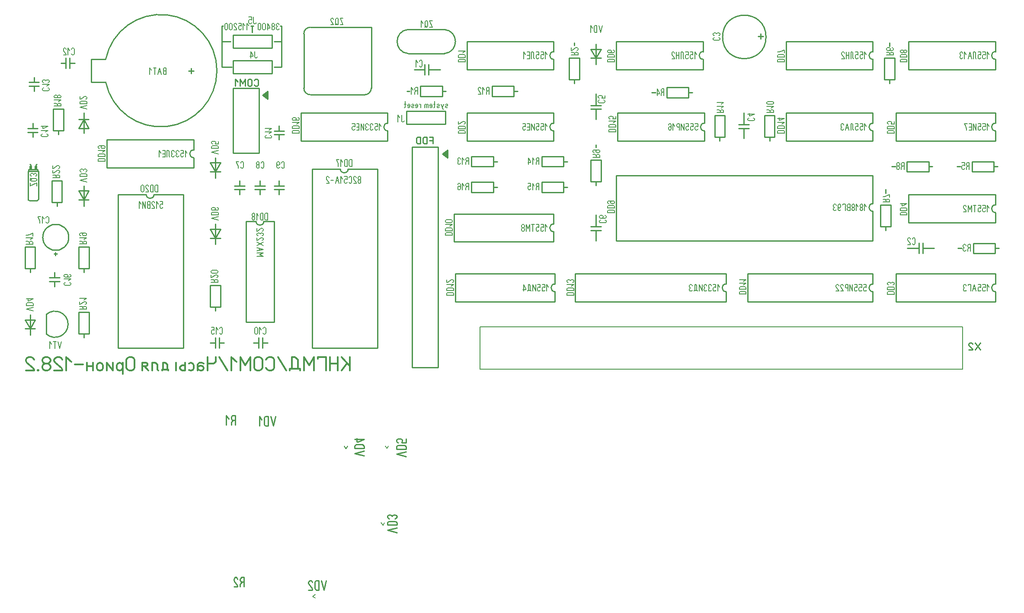
<source format=gbr>
%FSLAX34Y34*%
%MOMM*%
%LNSILK_BOTTOM*%
G71*
G01*
%ADD10C, 0.25*%
%ADD11C, 0.00*%
%ADD12C, 0.17*%
%ADD13C, 0.24*%
%ADD14C, 0.20*%
%ADD15C, 0.33*%
%ADD16C, 0.23*%
%LPD*%
G54D10*
G75*
G01X1410767Y771366D02*
G03X1410767Y771366I-42500J0D01*
G01*
G54D10*
X1400000Y777500D02*
X1400000Y767500D01*
G54D10*
X1395000Y772500D02*
X1405000Y772500D01*
G54D10*
X16765Y346270D02*
X22769Y346270D01*
G54D10*
X19767Y343268D02*
X19767Y349266D01*
G54D10*
X-5571Y377496D02*
X-5633Y379267D01*
X-5571Y381038D01*
X-5386Y382800D01*
X-5078Y384546D01*
X-4649Y386266D01*
X-4101Y387951D01*
X-3437Y389594D01*
X-2660Y391187D01*
X-1773Y392722D01*
X-782Y394191D01*
X310Y395588D01*
X1496Y396905D01*
X2771Y398136D01*
X4129Y399275D01*
X5564Y400317D01*
X7067Y401256D01*
X8632Y402088D01*
X10252Y402809D01*
X11918Y403415D01*
X13622Y403904D01*
X15356Y404272D01*
X17112Y404519D01*
X18881Y404642D01*
X20653Y404642D01*
X22422Y404519D01*
X24178Y404272D01*
X25912Y403904D01*
X27616Y403415D01*
X29282Y402809D01*
X30902Y402088D01*
X32467Y401256D01*
X33970Y400317D01*
X35405Y399275D01*
X36763Y398136D01*
X38038Y396905D01*
X39224Y395588D01*
X40316Y394191D01*
X41307Y392722D01*
X42194Y391187D01*
X42971Y389594D01*
X43635Y387951D01*
X44183Y386266D01*
X44612Y384546D01*
X44920Y382800D01*
X45105Y381038D01*
X45167Y379267D01*
X45105Y377496D01*
X44920Y375733D01*
X44612Y373988D01*
X44183Y372268D01*
X43635Y370582D01*
X42971Y368939D01*
X42194Y367346D01*
X41307Y365812D01*
X40316Y364342D01*
X39224Y362946D01*
X38038Y361629D01*
X36763Y360398D01*
X35405Y359258D01*
X33970Y358217D01*
X32467Y357278D01*
X30902Y356446D01*
X29282Y355724D01*
X27616Y355118D01*
X25912Y354630D01*
X24178Y354262D01*
X22422Y354015D01*
X20653Y353891D01*
X18881Y353891D01*
X17112Y354015D01*
X15356Y354262D01*
X13622Y354630D01*
X11918Y355118D01*
X10252Y355724D01*
X8632Y356446D01*
X7067Y357278D01*
X5564Y358217D01*
X4129Y359258D01*
X2771Y360398D01*
X1496Y361629D01*
X310Y362946D01*
X-782Y364342D01*
X-1773Y365812D01*
X-2660Y367346D01*
X-3437Y368939D01*
X-4101Y370582D01*
X-4649Y372268D01*
X-5078Y373988D01*
X-5386Y375733D01*
X-5571Y377496D01*
G54D10*
X1860000Y272500D02*
X1860000Y252500D01*
X1665000Y252500D01*
X1665000Y307500D01*
X1860000Y307500D01*
X1860000Y287500D01*
G54D10*
G75*
G01X1860000Y287500D02*
G03X1860000Y272500I0J-7500D01*
G01*
G54D10*
X1860000Y427500D02*
X1860000Y407500D01*
X1690000Y407500D01*
X1690000Y462500D01*
X1860000Y462500D01*
X1860000Y442500D01*
G54D10*
G75*
G01X1860000Y442500D02*
G03X1860000Y427500I0J-7500D01*
G01*
G54D10*
X1860000Y587500D02*
X1860000Y567500D01*
X1665000Y567500D01*
X1665000Y622500D01*
X1860000Y622500D01*
X1860000Y602500D01*
G54D10*
G75*
G01X1860000Y602500D02*
G03X1860000Y587500I0J-7500D01*
G01*
G54D10*
X1332500Y272500D02*
X1332500Y252500D01*
X1037500Y252500D01*
X1037500Y307500D01*
X1332500Y307500D01*
X1332500Y287500D01*
G54D10*
G75*
G01X1332500Y287500D02*
G03X1332500Y272500I0J-7500D01*
G01*
G54D10*
X1620000Y272500D02*
X1620000Y252500D01*
X1375000Y252500D01*
X1375000Y307500D01*
X1620000Y307500D01*
X1620000Y287500D01*
G54D10*
G75*
G01X1620000Y287500D02*
G03X1620000Y272500I0J-7500D01*
G01*
G54D10*
X577500Y512500D02*
X522500Y512500D01*
X522500Y162500D01*
X650000Y162500D01*
X650000Y512500D01*
X592500Y512500D01*
G54D10*
G75*
G01X577500Y512500D02*
G03X592500Y512500I7500J0D01*
G01*
G54D10*
X783367Y626066D02*
X707167Y626066D01*
X707167Y600666D01*
X783367Y600666D01*
X783367Y626066D01*
G54D10*
X768467Y123666D02*
X717667Y123666D01*
X717667Y555466D01*
X768467Y555466D01*
X768467Y123666D01*
G54D10*
X443267Y725066D02*
X367067Y725066D01*
X367067Y699666D01*
X443267Y699666D01*
X443267Y725066D01*
G54D10*
X443467Y775066D02*
X367267Y775066D01*
X367267Y749666D01*
X443467Y749666D01*
X443467Y775066D01*
G54D10*
X418467Y543666D02*
X367667Y543666D01*
X367667Y670666D01*
X418467Y670666D01*
X418467Y543666D01*
G54D10*
G75*
G01X1889Y189353D02*
G03X1889Y227979I16788J19313D01*
G01*
G54D10*
X1769Y227874D02*
X1769Y189458D01*
G54D10*
X710162Y785956D02*
X781112Y785956D01*
G54D10*
X710162Y738776D02*
X781112Y738776D01*
G54D10*
G75*
G01X710185Y785958D02*
G03X710185Y738774I2064J-23592D01*
G01*
G54D10*
G75*
G01X781089Y738774D02*
G03X781089Y785958I-2064J23592D01*
G01*
G54D10*
X518533Y790306D02*
X637907Y790306D01*
X637907Y670932D01*
G54D10*
X625201Y658226D02*
X518533Y658226D01*
G54D10*
X505827Y670932D02*
X505827Y777600D01*
G54D10*
G75*
G01X625190Y658226D02*
G03X637907Y670943I0J12717D01*
G01*
G54D10*
G75*
G01X505827Y670943D02*
G03X518544Y658226I12717J0D01*
G01*
G54D10*
G75*
G01X518544Y790306D02*
G03X505827Y777589I0J-12717D01*
G01*
G54D10*
X-34095Y453434D02*
X-34095Y508048D01*
X-32823Y508048D01*
X-32823Y511854D01*
X-15043Y511854D01*
X-15043Y508048D01*
X-13771Y508048D01*
X-13771Y453434D01*
G54D10*
G75*
G01X-16310Y450896D02*
G03X-13771Y453435I0J2539D01*
G01*
G54D10*
G75*
G01X-34095Y453435D02*
G03X-31556Y450896I2539J0D01*
G01*
G54D10*
X-31551Y450896D02*
X-16315Y450896D01*
G36*
X-20885Y518206D02*
X-16820Y518206D01*
X-16820Y512363D01*
X-20885Y512363D01*
X-20885Y518206D01*
G37*
G54D11*
X-20885Y518206D02*
X-16820Y518206D01*
X-16820Y512363D01*
X-20885Y512363D01*
X-20885Y518206D01*
G36*
X-31046Y518206D02*
X-26981Y518206D01*
X-26981Y512363D01*
X-31046Y512363D01*
X-31046Y518206D01*
G37*
G54D11*
X-31046Y518206D02*
X-26981Y518206D01*
X-26981Y512363D01*
X-31046Y512363D01*
X-31046Y518206D01*
G54D10*
X-18854Y520752D02*
X-18854Y516938D01*
G54D10*
X-29012Y520752D02*
X-29012Y515669D01*
G54D10*
X-18933Y520869D02*
X-16932Y522363D01*
G54D10*
X-28933Y520869D02*
X-30934Y522363D01*
G54D10*
X-15043Y508048D02*
X-32823Y508048D01*
G54D10*
X1710000Y357500D02*
X1687500Y357500D01*
G54D10*
X1710000Y347500D02*
X1710000Y367500D01*
G54D10*
X1717500Y347500D02*
X1717500Y367500D01*
G54D10*
X1740000Y357500D02*
X1717500Y357500D01*
G54D12*
X1697275Y367222D02*
X1697942Y365556D01*
X1699275Y364722D01*
X1700608Y364722D01*
X1701942Y365556D01*
X1702608Y367222D01*
X1702608Y375556D01*
X1701942Y377222D01*
X1700608Y378056D01*
X1699275Y378056D01*
X1697942Y377222D01*
X1697275Y375556D01*
G54D12*
X1688275Y364722D02*
X1693608Y364722D01*
X1693608Y365556D01*
X1692942Y367222D01*
X1688942Y372222D01*
X1688275Y373889D01*
X1688275Y375556D01*
X1688942Y377222D01*
X1690275Y378056D01*
X1691608Y378056D01*
X1692942Y377222D01*
X1693608Y375556D01*
G54D10*
X1816775Y367318D02*
X1816775Y347318D01*
X1859275Y347318D01*
X1859275Y367318D01*
X1816775Y367318D01*
G54D12*
X1808377Y358353D02*
X1806377Y356686D01*
X1805710Y355020D01*
X1805710Y351686D01*
G54D12*
X1811044Y351686D02*
X1811044Y365020D01*
X1807710Y365020D01*
X1806377Y364186D01*
X1805710Y362520D01*
X1805710Y360853D01*
X1806377Y359186D01*
X1807710Y358353D01*
X1811044Y358353D01*
G54D12*
X1802044Y362520D02*
X1801377Y364186D01*
X1800044Y365020D01*
X1798710Y365020D01*
X1797377Y364186D01*
X1796710Y362520D01*
X1796710Y360853D01*
X1797377Y359186D01*
X1798710Y358353D01*
X1797377Y357520D01*
X1796710Y355853D01*
X1796710Y354186D01*
X1797377Y352520D01*
X1798710Y351686D01*
X1800044Y351686D01*
X1801377Y352520D01*
X1802044Y354186D01*
G54D10*
X1859275Y357318D02*
X1866775Y357318D01*
G54D10*
X1786775Y357318D02*
X1794275Y357318D01*
G54D10*
X1860000Y727500D02*
X1860000Y707500D01*
X1690000Y707500D01*
X1690000Y762500D01*
X1860000Y762500D01*
X1860000Y742500D01*
G54D10*
G75*
G01X1860000Y742500D02*
G03X1860000Y727500I0J-7500D01*
G01*
G54D10*
X1620000Y727500D02*
X1620000Y707500D01*
X1450000Y707500D01*
X1450000Y762500D01*
X1620000Y762500D01*
X1620000Y742500D01*
G54D10*
G75*
G01X1620000Y742500D02*
G03X1620000Y727500I0J-7500D01*
G01*
G54D10*
X1287500Y727500D02*
X1287500Y707500D01*
X1117500Y707500D01*
X1117500Y762500D01*
X1287500Y762500D01*
X1287500Y742500D01*
G54D10*
G75*
G01X1287500Y742500D02*
G03X1287500Y727500I0J-7500D01*
G01*
G54D10*
X1620000Y587500D02*
X1620000Y567500D01*
X1450000Y567500D01*
X1450000Y622500D01*
X1620000Y622500D01*
X1620000Y602500D01*
G54D10*
G75*
G01X1620000Y602500D02*
G03X1620000Y587500I0J-7500D01*
G01*
G54D10*
X997500Y272500D02*
X997500Y252500D01*
X802500Y252500D01*
X802500Y307500D01*
X997500Y307500D01*
X997500Y287500D01*
G54D10*
X995000Y390000D02*
X995000Y370000D01*
X800000Y370000D01*
X800000Y425000D01*
X995000Y425000D01*
X995000Y405000D01*
G54D10*
X995000Y587500D02*
X995000Y567500D01*
X825000Y567500D01*
X825000Y622500D01*
X995000Y622500D01*
X995000Y602500D01*
G54D10*
G75*
G01X995000Y602500D02*
G03X995000Y587500I0J-7500D01*
G01*
G54D10*
G75*
G01X995000Y405000D02*
G03X995000Y390000I0J-7500D01*
G01*
G54D10*
X995000Y727500D02*
X995000Y707500D01*
X825000Y707500D01*
X825000Y762500D01*
X995000Y762500D01*
X995000Y742500D01*
G54D10*
G75*
G01X995000Y742500D02*
G03X995000Y727500I0J-7500D01*
G01*
G54D10*
X670000Y587500D02*
X670000Y567500D01*
X500000Y567500D01*
X500000Y622500D01*
X670000Y622500D01*
X670000Y602500D01*
G54D10*
G75*
G01X670000Y602500D02*
G03X670000Y587500I0J-7500D01*
G01*
G54D10*
G75*
G01X997500Y287500D02*
G03X997500Y272500I0J-7500D01*
G01*
G54D10*
X1290000Y587500D02*
X1290000Y567500D01*
X1120000Y567500D01*
X1120000Y622500D01*
X1290000Y622500D01*
X1290000Y602500D01*
G54D10*
G75*
G01X1290000Y602500D02*
G03X1290000Y587500I0J-7500D01*
G01*
G54D10*
X290000Y535000D02*
X290000Y515000D01*
X120000Y515000D01*
X120000Y570000D01*
X290000Y570000D01*
X290000Y550000D01*
G54D10*
G75*
G01X290000Y550000D02*
G03X290000Y535000I0J-7500D01*
G01*
G54D10*
X427500Y410000D02*
X447500Y410000D01*
X447500Y212500D01*
X392500Y212500D01*
X392500Y410000D01*
X412500Y410000D01*
G54D10*
G75*
G01X412500Y410000D02*
G03X427500Y410000I7500J0D01*
G01*
G54D10*
X1620000Y445000D02*
X1620000Y500000D01*
X1117500Y500000D01*
X1117500Y372500D01*
X1620000Y372500D01*
X1620000Y430000D01*
G54D10*
G75*
G01X1620000Y445000D02*
G03X1620000Y430000I0J-7500D01*
G01*
G54D12*
X1648480Y267514D02*
X1661814Y267514D01*
X1661814Y270848D01*
X1660980Y272181D01*
X1659314Y272848D01*
X1650980Y272848D01*
X1649314Y272181D01*
X1648480Y270848D01*
X1648480Y267514D01*
G54D12*
X1648480Y276514D02*
X1661814Y276514D01*
X1661814Y279848D01*
X1660980Y281181D01*
X1659314Y281848D01*
X1650980Y281848D01*
X1649314Y281181D01*
X1648480Y279848D01*
X1648480Y276514D01*
G54D12*
X1659314Y285514D02*
X1660980Y286181D01*
X1661814Y287514D01*
X1661814Y288848D01*
X1660980Y290181D01*
X1659314Y290848D01*
X1657647Y290848D01*
X1655980Y290181D01*
X1655147Y288848D01*
X1654314Y290181D01*
X1652647Y290848D01*
X1650980Y290848D01*
X1649314Y290181D01*
X1648480Y288848D01*
X1648480Y287514D01*
X1649314Y286181D01*
X1650980Y285514D01*
G54D12*
X1673480Y422503D02*
X1686814Y422503D01*
X1686814Y425837D01*
X1685980Y427170D01*
X1684314Y427837D01*
X1675980Y427837D01*
X1674314Y427170D01*
X1673480Y425837D01*
X1673480Y422503D01*
G54D12*
X1673480Y431503D02*
X1686814Y431503D01*
X1686814Y434837D01*
X1685980Y436170D01*
X1684314Y436837D01*
X1675980Y436837D01*
X1674314Y436170D01*
X1673480Y434837D01*
X1673480Y431503D01*
G54D12*
X1673480Y444503D02*
X1686814Y444503D01*
X1678480Y440503D01*
X1676814Y440503D01*
X1676814Y445837D01*
G54D12*
X1648480Y582514D02*
X1661814Y582514D01*
X1661814Y585848D01*
X1660980Y587181D01*
X1659314Y587848D01*
X1650980Y587848D01*
X1649314Y587181D01*
X1648480Y585848D01*
X1648480Y582514D01*
G54D12*
X1648480Y591514D02*
X1661814Y591514D01*
X1661814Y594848D01*
X1660980Y596181D01*
X1659314Y596848D01*
X1650980Y596848D01*
X1649314Y596181D01*
X1648480Y594848D01*
X1648480Y591514D01*
G54D12*
X1661814Y605848D02*
X1661814Y600514D01*
X1655980Y600514D01*
X1655980Y601181D01*
X1656814Y602514D01*
X1656814Y603848D01*
X1655980Y605181D01*
X1654314Y605848D01*
X1650980Y605848D01*
X1649314Y605181D01*
X1648480Y603848D01*
X1648480Y602514D01*
X1649314Y601181D01*
X1650980Y600514D01*
G54D12*
X1673480Y722514D02*
X1686814Y722514D01*
X1686814Y725848D01*
X1685980Y727181D01*
X1684314Y727848D01*
X1675980Y727848D01*
X1674314Y727181D01*
X1673480Y725848D01*
X1673480Y722514D01*
G54D12*
X1673480Y731514D02*
X1686814Y731514D01*
X1686814Y734848D01*
X1685980Y736181D01*
X1684314Y736848D01*
X1675980Y736848D01*
X1674314Y736181D01*
X1673480Y734848D01*
X1673480Y731514D01*
G54D12*
X1680147Y743848D02*
X1680147Y742514D01*
X1680980Y741181D01*
X1682647Y740514D01*
X1684314Y740514D01*
X1685980Y741181D01*
X1686814Y742514D01*
X1686814Y743848D01*
X1685980Y745181D01*
X1684314Y745848D01*
X1682647Y745848D01*
X1680980Y745181D01*
X1680147Y743848D01*
X1679314Y745181D01*
X1677647Y745848D01*
X1675980Y745848D01*
X1674314Y745181D01*
X1673480Y743848D01*
X1673480Y742514D01*
X1674314Y741181D01*
X1675980Y740514D01*
X1677647Y740514D01*
X1679314Y741181D01*
X1680147Y742514D01*
G54D12*
X1358480Y267844D02*
X1371814Y267844D01*
X1371814Y271178D01*
X1370980Y272511D01*
X1369314Y273178D01*
X1360980Y273178D01*
X1359314Y272511D01*
X1358480Y271178D01*
X1358480Y267844D01*
G54D12*
X1358480Y276844D02*
X1371814Y276844D01*
X1371814Y280178D01*
X1370980Y281511D01*
X1369314Y282178D01*
X1360980Y282178D01*
X1359314Y281511D01*
X1358480Y280178D01*
X1358480Y276844D01*
G54D12*
X1366814Y285844D02*
X1371814Y289178D01*
X1358480Y289178D01*
G54D12*
X1366814Y292844D02*
X1371814Y296178D01*
X1358480Y296178D01*
G54D12*
X1020980Y265477D02*
X1034314Y265477D01*
X1034314Y268811D01*
X1033480Y270144D01*
X1031814Y270811D01*
X1023480Y270811D01*
X1021814Y270144D01*
X1020980Y268811D01*
X1020980Y265477D01*
G54D12*
X1020980Y274477D02*
X1034314Y274477D01*
X1034314Y277811D01*
X1033480Y279144D01*
X1031814Y279811D01*
X1023480Y279811D01*
X1021814Y279144D01*
X1020980Y277811D01*
X1020980Y274477D01*
G54D12*
X1029314Y283477D02*
X1034314Y286811D01*
X1020980Y286811D01*
G54D12*
X1031814Y290477D02*
X1033480Y291144D01*
X1034314Y292477D01*
X1034314Y293811D01*
X1033480Y295144D01*
X1031814Y295811D01*
X1030147Y295811D01*
X1028480Y295144D01*
X1027647Y293811D01*
X1026814Y295144D01*
X1025147Y295811D01*
X1023480Y295811D01*
X1021814Y295144D01*
X1020980Y293811D01*
X1020980Y292477D01*
X1021814Y291144D01*
X1023480Y290477D01*
G54D12*
X785980Y265477D02*
X799314Y265477D01*
X799314Y268810D01*
X798480Y270144D01*
X796814Y270810D01*
X788480Y270810D01*
X786814Y270144D01*
X785980Y268810D01*
X785980Y265477D01*
G54D12*
X785980Y274477D02*
X799314Y274477D01*
X799314Y277810D01*
X798480Y279144D01*
X796814Y279810D01*
X788480Y279810D01*
X786814Y279144D01*
X785980Y277810D01*
X785980Y274477D01*
G54D12*
X794314Y283477D02*
X799314Y286810D01*
X785980Y286810D01*
G54D12*
X785980Y295810D02*
X785980Y290477D01*
X786814Y290477D01*
X788480Y291144D01*
X793480Y295144D01*
X795147Y295810D01*
X796814Y295810D01*
X798480Y295144D01*
X799314Y293810D01*
X799314Y292477D01*
X798480Y291144D01*
X796814Y290477D01*
G54D12*
X1100980Y427014D02*
X1114314Y427014D01*
X1114314Y430348D01*
X1113480Y431681D01*
X1111814Y432348D01*
X1103480Y432348D01*
X1101814Y431681D01*
X1100980Y430348D01*
X1100980Y427014D01*
G54D12*
X1100980Y436014D02*
X1114314Y436014D01*
X1114314Y439348D01*
X1113480Y440681D01*
X1111814Y441348D01*
X1103480Y441348D01*
X1101814Y440681D01*
X1100980Y439348D01*
X1100980Y436014D01*
G54D12*
X1103480Y445014D02*
X1101814Y445681D01*
X1100980Y447014D01*
X1100980Y448348D01*
X1101814Y449681D01*
X1103480Y450348D01*
X1107647Y450348D01*
X1108480Y450348D01*
X1106814Y448348D01*
X1106814Y447014D01*
X1107647Y445681D01*
X1109314Y445014D01*
X1111814Y445014D01*
X1113480Y445681D01*
X1114314Y447014D01*
X1114314Y448348D01*
X1113480Y449681D01*
X1111814Y450348D01*
X1107647Y450348D01*
G54D12*
X1433480Y582973D02*
X1446814Y582973D01*
X1446814Y586306D01*
X1445980Y587639D01*
X1444314Y588306D01*
X1435980Y588306D01*
X1434314Y587639D01*
X1433480Y586306D01*
X1433480Y582973D01*
G54D12*
X1433480Y591973D02*
X1446814Y591973D01*
X1446814Y595306D01*
X1445980Y596639D01*
X1444314Y597306D01*
X1435980Y597306D01*
X1434314Y596639D01*
X1433480Y595306D01*
X1433480Y591973D01*
G54D12*
X1441814Y600973D02*
X1446814Y604306D01*
X1433480Y604306D01*
G54D12*
X1433480Y611973D02*
X1446814Y611973D01*
X1438480Y607973D01*
X1436814Y607973D01*
X1436814Y613306D01*
G54D12*
X1103480Y585477D02*
X1116814Y585477D01*
X1116814Y588811D01*
X1115980Y590144D01*
X1114314Y590811D01*
X1105980Y590811D01*
X1104314Y590144D01*
X1103480Y588811D01*
X1103480Y585477D01*
G54D12*
X1103480Y594477D02*
X1116814Y594477D01*
X1116814Y597811D01*
X1115980Y599144D01*
X1114314Y599811D01*
X1105980Y599811D01*
X1104314Y599144D01*
X1103480Y597811D01*
X1103480Y594477D01*
G54D12*
X1111814Y603477D02*
X1116814Y606811D01*
X1103480Y606811D01*
G54D12*
X1116814Y615811D02*
X1116814Y610477D01*
X1110980Y610477D01*
X1110980Y611144D01*
X1111814Y612477D01*
X1111814Y613811D01*
X1110980Y615144D01*
X1109314Y615811D01*
X1105980Y615811D01*
X1104314Y615144D01*
X1103480Y613811D01*
X1103480Y612477D01*
X1104314Y611144D01*
X1105980Y610477D01*
G54D12*
X808480Y582514D02*
X821814Y582514D01*
X821814Y585848D01*
X820980Y587181D01*
X819314Y587848D01*
X810980Y587848D01*
X809314Y587181D01*
X808480Y585848D01*
X808480Y582514D01*
G54D12*
X808480Y591514D02*
X821814Y591514D01*
X821814Y594848D01*
X820980Y596181D01*
X819314Y596848D01*
X810980Y596848D01*
X809314Y596181D01*
X808480Y594848D01*
X808480Y591514D01*
G54D12*
X808480Y605848D02*
X808480Y600514D01*
X809314Y600514D01*
X810980Y601181D01*
X815980Y605181D01*
X817647Y605848D01*
X819314Y605848D01*
X820980Y605181D01*
X821814Y603848D01*
X821814Y602514D01*
X820980Y601181D01*
X819314Y600514D01*
G54D12*
X1433480Y722508D02*
X1446814Y722508D01*
X1446814Y725841D01*
X1445980Y727174D01*
X1444314Y727841D01*
X1435980Y727841D01*
X1434314Y727174D01*
X1433480Y725841D01*
X1433480Y722508D01*
G54D12*
X1433480Y731508D02*
X1446814Y731508D01*
X1446814Y734841D01*
X1445980Y736174D01*
X1444314Y736841D01*
X1435980Y736841D01*
X1434314Y736174D01*
X1433480Y734841D01*
X1433480Y731508D01*
G54D12*
X1446814Y740508D02*
X1446814Y745841D01*
X1445147Y745174D01*
X1442647Y743841D01*
X1439314Y742508D01*
X1436814Y741841D01*
X1433480Y741841D01*
G54D12*
X1100980Y722514D02*
X1114314Y722514D01*
X1114314Y725848D01*
X1113480Y727181D01*
X1111814Y727848D01*
X1103480Y727848D01*
X1101814Y727181D01*
X1100980Y725848D01*
X1100980Y722514D01*
G54D12*
X1100980Y731514D02*
X1114314Y731514D01*
X1114314Y734848D01*
X1113480Y736181D01*
X1111814Y736848D01*
X1103480Y736848D01*
X1101814Y736181D01*
X1100980Y734848D01*
X1100980Y731514D01*
G54D12*
X1111814Y745848D02*
X1113480Y745181D01*
X1114314Y743848D01*
X1114314Y742514D01*
X1113480Y741181D01*
X1111814Y740514D01*
X1107647Y740514D01*
X1106814Y740514D01*
X1108480Y742514D01*
X1108480Y743848D01*
X1107647Y745181D01*
X1105980Y745848D01*
X1103480Y745848D01*
X1101814Y745181D01*
X1100980Y743848D01*
X1100980Y742514D01*
X1101814Y741181D01*
X1103480Y740514D01*
X1107647Y740514D01*
G54D12*
X808478Y722377D02*
X821812Y722377D01*
X821812Y725710D01*
X820978Y727043D01*
X819312Y727710D01*
X810978Y727710D01*
X809312Y727043D01*
X808478Y725710D01*
X808478Y722377D01*
G54D12*
X808478Y731377D02*
X821812Y731377D01*
X821812Y734710D01*
X820978Y736043D01*
X819312Y736710D01*
X810978Y736710D01*
X809312Y736043D01*
X808478Y734710D01*
X808478Y731377D01*
G54D12*
X816812Y740377D02*
X821812Y743710D01*
X808478Y743710D01*
G54D10*
X1655159Y442684D02*
X1635159Y442684D01*
X1635159Y400184D01*
X1655159Y400184D01*
X1655159Y442684D01*
G54D12*
X1646194Y451080D02*
X1644527Y453080D01*
X1642860Y453747D01*
X1639527Y453747D01*
G54D12*
X1639527Y448413D02*
X1652860Y448413D01*
X1652860Y451747D01*
X1652027Y453080D01*
X1650360Y453747D01*
X1648694Y453747D01*
X1647027Y453080D01*
X1646194Y451747D01*
X1646194Y448413D01*
G54D12*
X1652860Y457413D02*
X1652860Y462747D01*
X1651194Y462080D01*
X1648694Y460747D01*
X1645360Y459413D01*
X1642860Y458747D01*
X1639527Y458747D01*
G54D10*
X1645159Y400184D02*
X1645159Y392684D01*
G54D10*
X1645159Y472684D02*
X1645159Y465184D01*
G54D10*
X1686775Y527318D02*
X1686775Y507318D01*
X1729275Y507318D01*
X1729275Y527318D01*
X1686775Y527318D01*
G54D12*
X1678377Y518353D02*
X1676377Y516686D01*
X1675710Y515020D01*
X1675710Y511686D01*
G54D12*
X1681044Y511686D02*
X1681044Y525020D01*
X1677710Y525020D01*
X1676377Y524186D01*
X1675710Y522520D01*
X1675710Y520853D01*
X1676377Y519186D01*
X1677710Y518353D01*
X1681044Y518353D01*
G54D12*
X1668710Y518353D02*
X1670044Y518353D01*
X1671377Y519186D01*
X1672044Y520853D01*
X1672044Y522520D01*
X1671377Y524186D01*
X1670044Y525020D01*
X1668710Y525020D01*
X1667377Y524186D01*
X1666710Y522520D01*
X1666710Y520853D01*
X1667377Y519186D01*
X1668710Y518353D01*
X1667377Y517520D01*
X1666710Y515853D01*
X1666710Y514186D01*
X1667377Y512520D01*
X1668710Y511686D01*
X1670044Y511686D01*
X1671377Y512520D01*
X1672044Y514186D01*
X1672044Y515853D01*
X1671377Y517520D01*
X1670044Y518353D01*
G54D10*
X1729275Y517318D02*
X1736775Y517318D01*
G54D10*
X1656775Y517318D02*
X1664275Y517318D01*
G54D10*
X1814275Y527318D02*
X1814275Y507318D01*
X1856775Y507318D01*
X1856775Y527318D01*
X1814275Y527318D01*
G54D12*
X1805877Y518353D02*
X1803877Y516686D01*
X1803210Y515020D01*
X1803210Y511686D01*
G54D12*
X1808544Y511686D02*
X1808544Y525020D01*
X1805210Y525020D01*
X1803877Y524186D01*
X1803210Y522520D01*
X1803210Y520853D01*
X1803877Y519186D01*
X1805210Y518353D01*
X1808544Y518353D01*
G54D12*
X1794210Y525020D02*
X1799544Y525020D01*
X1799544Y519186D01*
X1798877Y519186D01*
X1797544Y520020D01*
X1796210Y520020D01*
X1794877Y519186D01*
X1794210Y517520D01*
X1794210Y514186D01*
X1794877Y512520D01*
X1796210Y511686D01*
X1797544Y511686D01*
X1798877Y512520D01*
X1799544Y514186D01*
G54D10*
X1856775Y517318D02*
X1864275Y517318D01*
G54D10*
X1784275Y517318D02*
X1791775Y517318D01*
G54D10*
X1662659Y730184D02*
X1642659Y730184D01*
X1642659Y687684D01*
X1662659Y687684D01*
X1662659Y730184D01*
G54D12*
X1653694Y738581D02*
X1652027Y740581D01*
X1650360Y741248D01*
X1647027Y741248D01*
G54D12*
X1647027Y735914D02*
X1660360Y735914D01*
X1660360Y739248D01*
X1659527Y740581D01*
X1657860Y741248D01*
X1656194Y741248D01*
X1654527Y740581D01*
X1653694Y739248D01*
X1653694Y735914D01*
G54D12*
X1657860Y750248D02*
X1659527Y749581D01*
X1660360Y748248D01*
X1660360Y746914D01*
X1659527Y745581D01*
X1657860Y744914D01*
X1653694Y744914D01*
X1652860Y744914D01*
X1654527Y746914D01*
X1654527Y748248D01*
X1653694Y749581D01*
X1652027Y750248D01*
X1649527Y750248D01*
X1647860Y749581D01*
X1647027Y748248D01*
X1647027Y746914D01*
X1647860Y745581D01*
X1649527Y744914D01*
X1653694Y744914D01*
G54D10*
X1652659Y687684D02*
X1652659Y680184D01*
G54D10*
X1652659Y760184D02*
X1652659Y752684D01*
G54D10*
X1427659Y617684D02*
X1407659Y617684D01*
X1407659Y575184D01*
X1427659Y575184D01*
X1427659Y617684D01*
G54D12*
X1418694Y626078D02*
X1417027Y628078D01*
X1415360Y628745D01*
X1412027Y628745D01*
G54D12*
X1412027Y623412D02*
X1425360Y623412D01*
X1425360Y626745D01*
X1424527Y628078D01*
X1422860Y628745D01*
X1421194Y628745D01*
X1419527Y628078D01*
X1418694Y626745D01*
X1418694Y623412D01*
G54D12*
X1420360Y632412D02*
X1425360Y635745D01*
X1412027Y635745D01*
G54D12*
X1422860Y644745D02*
X1414527Y644745D01*
X1412860Y644078D01*
X1412027Y642745D01*
X1412027Y641412D01*
X1412860Y640078D01*
X1414527Y639412D01*
X1422860Y639412D01*
X1424527Y640078D01*
X1425360Y641412D01*
X1425360Y642745D01*
X1424527Y644078D01*
X1422860Y644745D01*
G54D10*
X1417659Y575184D02*
X1417659Y567684D01*
G54D10*
X1330159Y617684D02*
X1310159Y617684D01*
X1310159Y575184D01*
X1330159Y575184D01*
X1330159Y617684D01*
G54D12*
X1321194Y626079D02*
X1319527Y628079D01*
X1317860Y628746D01*
X1314527Y628746D01*
G54D12*
X1314527Y623412D02*
X1327860Y623412D01*
X1327860Y626746D01*
X1327027Y628079D01*
X1325360Y628746D01*
X1323694Y628746D01*
X1322027Y628079D01*
X1321194Y626746D01*
X1321194Y623412D01*
G54D12*
X1322860Y632412D02*
X1327860Y635746D01*
X1314527Y635746D01*
G54D12*
X1322860Y639412D02*
X1327860Y642746D01*
X1314527Y642746D01*
G54D10*
X1320159Y575184D02*
X1320159Y567684D01*
G54D10*
X1367500Y600000D02*
X1367500Y622500D01*
G54D10*
X1357500Y600000D02*
X1377500Y600000D01*
G54D10*
X1357500Y592500D02*
X1377500Y592500D01*
G54D10*
X1367500Y572500D02*
X1367500Y592500D01*
G54D12*
X1377222Y612704D02*
X1375555Y612037D01*
X1374722Y610704D01*
X1374722Y609370D01*
X1375555Y608037D01*
X1377222Y607370D01*
X1385555Y607370D01*
X1387222Y608037D01*
X1388055Y609370D01*
X1388055Y610704D01*
X1387222Y612037D01*
X1385555Y612704D01*
G54D12*
X1374722Y620370D02*
X1388055Y620370D01*
X1379722Y616370D01*
X1378055Y616370D01*
X1378055Y621704D01*
G54D12*
X1309722Y770225D02*
X1308055Y769558D01*
X1307222Y768225D01*
X1307222Y766892D01*
X1308055Y765558D01*
X1309722Y764892D01*
X1318055Y764892D01*
X1319722Y765558D01*
X1320555Y766892D01*
X1320555Y768225D01*
X1319722Y769558D01*
X1318055Y770225D01*
G54D12*
X1318055Y773892D02*
X1319722Y774558D01*
X1320555Y775892D01*
X1320555Y777225D01*
X1319722Y778558D01*
X1318055Y779225D01*
X1316388Y779225D01*
X1314722Y778558D01*
X1313888Y777225D01*
X1313055Y778558D01*
X1311388Y779225D01*
X1309722Y779225D01*
X1308055Y778558D01*
X1307222Y777225D01*
X1307222Y775892D01*
X1308055Y774558D01*
X1309722Y773892D01*
G54D10*
X1216775Y672318D02*
X1216775Y652318D01*
X1259275Y652318D01*
X1259275Y672318D01*
X1216775Y672318D01*
G54D12*
X1208380Y663354D02*
X1206380Y661687D01*
X1205713Y660021D01*
X1205713Y656687D01*
G54D12*
X1211046Y656687D02*
X1211046Y670021D01*
X1207713Y670021D01*
X1206380Y669187D01*
X1205713Y667521D01*
X1205713Y665854D01*
X1206380Y664187D01*
X1207713Y663354D01*
X1211046Y663354D01*
G54D12*
X1198046Y656687D02*
X1198046Y670021D01*
X1202046Y661687D01*
X1202046Y660021D01*
X1196713Y660021D01*
G54D10*
X1259275Y662318D02*
X1266775Y662318D01*
G54D10*
X1186775Y662318D02*
X1194275Y662318D01*
G54D10*
X1077500Y757500D02*
X1077500Y717500D01*
G54D10*
X1067500Y730000D02*
X1087500Y730000D01*
G54D10*
X1067500Y747500D02*
X1087500Y747500D01*
X1077500Y730000D01*
X1067500Y747500D01*
G54D12*
X1090000Y793333D02*
X1086667Y780000D01*
X1083334Y793333D01*
G54D12*
X1079666Y780000D02*
X1079666Y793333D01*
X1076333Y793333D01*
X1075000Y792500D01*
X1074333Y790833D01*
X1074333Y782500D01*
X1075000Y780833D01*
X1076333Y780000D01*
X1079666Y780000D01*
G54D12*
X1070666Y788333D02*
X1067333Y793333D01*
X1067333Y780000D01*
G54D10*
X1045159Y730184D02*
X1025159Y730184D01*
X1025159Y687684D01*
X1045159Y687684D01*
X1045159Y730184D01*
G54D12*
X1036194Y738581D02*
X1034527Y740581D01*
X1032860Y741248D01*
X1029527Y741248D01*
G54D12*
X1029527Y735914D02*
X1042860Y735914D01*
X1042860Y739248D01*
X1042027Y740581D01*
X1040360Y741248D01*
X1038694Y741248D01*
X1037027Y740581D01*
X1036194Y739248D01*
X1036194Y735914D01*
G54D12*
X1029527Y750248D02*
X1029527Y744914D01*
X1030360Y744914D01*
X1032027Y745581D01*
X1037027Y749581D01*
X1038694Y750248D01*
X1040360Y750248D01*
X1042027Y749581D01*
X1042860Y748248D01*
X1042860Y746914D01*
X1042027Y745581D01*
X1040360Y744914D01*
G54D10*
X1035159Y687684D02*
X1035159Y680184D01*
G54D10*
X1035159Y760184D02*
X1035159Y755184D01*
G54D10*
X1077500Y637500D02*
X1077500Y660000D01*
G54D10*
X1067500Y637500D02*
X1087500Y637500D01*
G54D10*
X1067500Y630000D02*
X1087500Y630000D01*
G54D10*
X1077500Y610000D02*
X1077500Y630000D01*
G54D12*
X1084724Y647725D02*
X1083057Y647058D01*
X1082224Y645725D01*
X1082224Y644392D01*
X1083057Y643058D01*
X1084724Y642392D01*
X1093057Y642392D01*
X1094724Y643058D01*
X1095557Y644392D01*
X1095557Y645725D01*
X1094724Y647058D01*
X1093057Y647725D01*
G54D12*
X1095557Y656725D02*
X1095557Y651392D01*
X1089724Y651392D01*
X1089724Y652058D01*
X1090557Y653392D01*
X1090557Y654725D01*
X1089724Y656058D01*
X1088057Y656725D01*
X1084724Y656725D01*
X1083057Y656058D01*
X1082224Y654725D01*
X1082224Y653392D01*
X1083057Y652058D01*
X1084724Y651392D01*
G54D10*
X1087659Y530184D02*
X1067659Y530184D01*
X1067659Y487684D01*
X1087659Y487684D01*
X1087659Y530184D01*
G54D12*
X1078694Y538581D02*
X1077027Y540581D01*
X1075360Y541248D01*
X1072027Y541248D01*
G54D12*
X1072027Y535914D02*
X1085360Y535914D01*
X1085360Y539248D01*
X1084527Y540581D01*
X1082860Y541248D01*
X1081194Y541248D01*
X1079527Y540581D01*
X1078694Y539248D01*
X1078694Y535914D01*
G54D12*
X1074527Y544914D02*
X1072860Y545581D01*
X1072027Y546914D01*
X1072027Y548248D01*
X1072860Y549581D01*
X1074527Y550248D01*
X1078694Y550248D01*
X1079527Y550248D01*
X1077860Y548248D01*
X1077860Y546914D01*
X1078694Y545581D01*
X1080360Y544914D01*
X1082860Y544914D01*
X1084527Y545581D01*
X1085360Y546914D01*
X1085360Y548248D01*
X1084527Y549581D01*
X1082860Y550248D01*
X1078694Y550248D01*
G54D10*
X1077659Y487684D02*
X1077659Y480184D01*
G54D10*
X1077659Y560184D02*
X1077659Y555184D01*
G54D10*
X1077500Y400000D02*
X1077500Y422500D01*
G54D10*
X1067500Y400000D02*
X1087500Y400000D01*
G54D10*
X1067500Y392500D02*
X1087500Y392500D01*
G54D10*
X1077500Y372500D02*
X1077500Y392500D01*
G54D12*
X1087222Y412725D02*
X1085555Y412058D01*
X1084722Y410725D01*
X1084722Y409392D01*
X1085555Y408058D01*
X1087222Y407392D01*
X1095555Y407392D01*
X1097222Y408058D01*
X1098055Y409392D01*
X1098055Y410725D01*
X1097222Y412058D01*
X1095555Y412725D01*
G54D12*
X1095555Y421725D02*
X1097222Y421058D01*
X1098055Y419725D01*
X1098055Y418392D01*
X1097222Y417058D01*
X1095555Y416392D01*
X1091388Y416392D01*
X1090555Y416392D01*
X1092222Y418392D01*
X1092222Y419725D01*
X1091388Y421058D01*
X1089722Y421725D01*
X1087222Y421725D01*
X1085555Y421058D01*
X1084722Y419725D01*
X1084722Y418392D01*
X1085555Y417058D01*
X1087222Y416392D01*
X1091388Y416392D01*
G54D10*
X971775Y537318D02*
X971775Y517318D01*
X1014275Y517318D01*
X1014275Y537318D01*
X971775Y537318D01*
G54D12*
X963381Y528354D02*
X961381Y526687D01*
X960715Y525021D01*
X960715Y521687D01*
G54D12*
X966048Y521687D02*
X966048Y535021D01*
X962715Y535021D01*
X961381Y534187D01*
X960715Y532521D01*
X960715Y530854D01*
X961381Y529187D01*
X962715Y528354D01*
X966048Y528354D01*
G54D12*
X957048Y530021D02*
X953715Y535021D01*
X953715Y521687D01*
G54D12*
X946048Y521687D02*
X946048Y535021D01*
X950048Y526687D01*
X950048Y525021D01*
X944715Y525021D01*
G54D10*
X1014275Y527318D02*
X1021775Y527318D01*
G54D10*
X971775Y487318D02*
X971775Y467318D01*
X1014275Y467318D01*
X1014275Y487318D01*
X971775Y487318D01*
G54D12*
X963382Y478353D02*
X961382Y476686D01*
X960716Y475020D01*
X960716Y471686D01*
G54D12*
X966049Y471686D02*
X966049Y485020D01*
X962716Y485020D01*
X961382Y484186D01*
X960716Y482520D01*
X960716Y480853D01*
X961382Y479186D01*
X962716Y478353D01*
X966049Y478353D01*
G54D12*
X957049Y480020D02*
X953716Y485020D01*
X953716Y471686D01*
G54D12*
X944716Y485020D02*
X950049Y485020D01*
X950049Y479186D01*
X949382Y479186D01*
X948049Y480020D01*
X946716Y480020D01*
X945382Y479186D01*
X944716Y477520D01*
X944716Y474186D01*
X945382Y472520D01*
X946716Y471686D01*
X948049Y471686D01*
X949382Y472520D01*
X950049Y474186D01*
G54D10*
X1014275Y477318D02*
X1021775Y477318D01*
G54D10*
X834275Y537318D02*
X834275Y517318D01*
X876775Y517318D01*
X876775Y537318D01*
X834275Y537318D01*
G54D12*
X825882Y528353D02*
X823882Y526686D01*
X823216Y525020D01*
X823216Y521686D01*
G54D12*
X828549Y521686D02*
X828549Y535020D01*
X825216Y535020D01*
X823882Y534186D01*
X823216Y532520D01*
X823216Y530853D01*
X823882Y529186D01*
X825216Y528353D01*
X828549Y528353D01*
G54D12*
X819549Y530020D02*
X816216Y535020D01*
X816216Y521686D01*
G54D12*
X812549Y532520D02*
X811882Y534186D01*
X810549Y535020D01*
X809216Y535020D01*
X807882Y534186D01*
X807216Y532520D01*
X807216Y530853D01*
X807882Y529186D01*
X809216Y528353D01*
X807882Y527520D01*
X807216Y525853D01*
X807216Y524186D01*
X807882Y522520D01*
X809216Y521686D01*
X810549Y521686D01*
X811882Y522520D01*
X812549Y524186D01*
G54D10*
X876775Y527318D02*
X884275Y527318D01*
G54D10*
X834275Y487318D02*
X834275Y467318D01*
X876775Y467318D01*
X876775Y487318D01*
X834275Y487318D01*
G54D12*
X825882Y478353D02*
X823882Y476686D01*
X823216Y475020D01*
X823216Y471686D01*
G54D12*
X828549Y471686D02*
X828549Y485020D01*
X825216Y485020D01*
X823882Y484186D01*
X823216Y482520D01*
X823216Y480853D01*
X823882Y479186D01*
X825216Y478353D01*
X828549Y478353D01*
G54D12*
X819549Y480020D02*
X816216Y485020D01*
X816216Y471686D01*
G54D12*
X807216Y482520D02*
X807882Y484186D01*
X809216Y485020D01*
X810549Y485020D01*
X811882Y484186D01*
X812549Y482520D01*
X812549Y478353D01*
X812549Y477520D01*
X810549Y479186D01*
X809216Y479186D01*
X807882Y478353D01*
X807216Y476686D01*
X807216Y474186D01*
X807882Y472520D01*
X809216Y471686D01*
X810549Y471686D01*
X811882Y472520D01*
X812549Y474186D01*
X812549Y478353D01*
G54D10*
X876775Y477318D02*
X884275Y477318D01*
G36*
X777500Y542500D02*
X787500Y550000D01*
X787500Y535000D01*
X777500Y542500D01*
G37*
G54D10*
X777500Y542500D02*
X787500Y550000D01*
X787500Y535000D01*
X777500Y542500D01*
G54D12*
X783478Y382977D02*
X796812Y382977D01*
X796812Y386311D01*
X795978Y387644D01*
X794312Y388311D01*
X785978Y388311D01*
X784312Y387644D01*
X783478Y386311D01*
X783478Y382977D01*
G54D12*
X783478Y391977D02*
X796812Y391977D01*
X796812Y395311D01*
X795978Y396644D01*
X794312Y397311D01*
X785978Y397311D01*
X784312Y396644D01*
X783478Y395311D01*
X783478Y391977D01*
G54D12*
X791812Y400977D02*
X796812Y404311D01*
X783478Y404311D01*
G54D12*
X794312Y413311D02*
X785978Y413311D01*
X784312Y412644D01*
X783478Y411311D01*
X783478Y409977D01*
X784312Y408644D01*
X785978Y407977D01*
X794312Y407977D01*
X795978Y408644D01*
X796812Y409977D01*
X796812Y411311D01*
X795978Y412644D01*
X794312Y413311D01*
G54D10*
X874275Y674818D02*
X874275Y654818D01*
X916775Y654818D01*
X916775Y674818D01*
X874275Y674818D01*
G54D12*
X865882Y665853D02*
X863882Y664186D01*
X863216Y662520D01*
X863216Y659186D01*
G54D12*
X868549Y659186D02*
X868549Y672520D01*
X865216Y672520D01*
X863882Y671686D01*
X863216Y670020D01*
X863216Y668353D01*
X863882Y666686D01*
X865216Y665853D01*
X868549Y665853D01*
G54D12*
X859549Y667520D02*
X856216Y672520D01*
X856216Y659186D01*
G54D12*
X847216Y659186D02*
X852549Y659186D01*
X852549Y660020D01*
X851882Y661686D01*
X847882Y666686D01*
X847216Y668353D01*
X847216Y670020D01*
X847882Y671686D01*
X849216Y672520D01*
X850549Y672520D01*
X851882Y671686D01*
X852549Y670020D01*
G54D10*
X916775Y664818D02*
X924275Y664818D01*
G54D10*
X734275Y674818D02*
X734275Y654818D01*
X776775Y654818D01*
X776775Y674818D01*
X734275Y674818D01*
G54D12*
X725881Y665854D02*
X723881Y664187D01*
X723214Y662521D01*
X723214Y659187D01*
G54D12*
X728548Y659187D02*
X728548Y672521D01*
X725214Y672521D01*
X723881Y671687D01*
X723214Y670021D01*
X723214Y668354D01*
X723881Y666687D01*
X725214Y665854D01*
X728548Y665854D01*
G54D12*
X719548Y667521D02*
X716214Y672521D01*
X716214Y659187D01*
G54D10*
X776775Y664818D02*
X784275Y664818D01*
G54D10*
X712500Y665000D02*
X707500Y665000D01*
G54D12*
X757498Y803333D02*
X752165Y803333D01*
X757498Y790000D01*
X752165Y790000D01*
G54D12*
X745832Y792500D02*
X742498Y790000D01*
G54D12*
X743165Y800833D02*
X743165Y792500D01*
X743832Y790833D01*
X745165Y790000D01*
X746498Y790000D01*
X747832Y790833D01*
X748498Y792500D01*
X748498Y800833D01*
X747832Y802500D01*
X746498Y803333D01*
X745165Y803333D01*
X743832Y802500D01*
X743165Y800833D01*
G54D12*
X738832Y798333D02*
X735498Y803333D01*
X735498Y790000D01*
G54D12*
X582500Y808333D02*
X577167Y808333D01*
X582500Y795000D01*
X577167Y795000D01*
G54D12*
X570833Y797500D02*
X567500Y795000D01*
G54D12*
X568167Y805833D02*
X568167Y797500D01*
X568833Y795833D01*
X570167Y795000D01*
X571500Y795000D01*
X572833Y795833D01*
X573500Y797500D01*
X573500Y805833D01*
X572833Y807500D01*
X571500Y808333D01*
X570167Y808333D01*
X568833Y807500D01*
X568167Y805833D01*
G54D12*
X558500Y795000D02*
X563833Y795000D01*
X563833Y795833D01*
X563166Y797500D01*
X559166Y802500D01*
X558500Y804166D01*
X558500Y805833D01*
X559166Y807500D01*
X560500Y808333D01*
X561833Y808333D01*
X563166Y807500D01*
X563833Y805833D01*
G54D12*
X483480Y582977D02*
X496814Y582977D01*
X496814Y586311D01*
X495980Y587644D01*
X494314Y588311D01*
X485980Y588311D01*
X484314Y587644D01*
X483480Y586311D01*
X483480Y582977D01*
G54D12*
X483480Y591977D02*
X496814Y591977D01*
X496814Y595311D01*
X495980Y596644D01*
X494314Y597311D01*
X485980Y597311D01*
X484314Y596644D01*
X483480Y595311D01*
X483480Y591977D01*
G54D12*
X491814Y600977D02*
X496814Y604311D01*
X483480Y604311D01*
G54D12*
X494314Y613311D02*
X495980Y612644D01*
X496814Y611311D01*
X496814Y609977D01*
X495980Y608644D01*
X494314Y607977D01*
X490147Y607977D01*
X489314Y607977D01*
X490980Y609977D01*
X490980Y611311D01*
X490147Y612644D01*
X488480Y613311D01*
X485980Y613311D01*
X484314Y612644D01*
X483480Y611311D01*
X483480Y609977D01*
X484314Y608644D01*
X485980Y607977D01*
X490147Y607977D01*
G54D10*
X457500Y587500D02*
X457500Y597500D01*
G54D10*
X447500Y587500D02*
X467500Y587500D01*
G54D10*
X447500Y580000D02*
X467500Y580000D01*
G54D10*
X457500Y570000D02*
X457500Y580000D01*
G54D12*
X432222Y578555D02*
X430556Y577889D01*
X429722Y576555D01*
X429722Y575222D01*
X430556Y573889D01*
X432222Y573222D01*
X440556Y573222D01*
X442222Y573889D01*
X443056Y575222D01*
X443056Y576555D01*
X442222Y577889D01*
X440556Y578555D01*
G54D12*
X438056Y582222D02*
X443056Y585555D01*
X429722Y585555D01*
G54D12*
X438056Y589222D02*
X443056Y592555D01*
X429722Y592555D01*
G54D13*
X758444Y562222D02*
X758444Y575556D01*
X751444Y575556D01*
G54D13*
X758444Y568889D02*
X751444Y568889D01*
G54D13*
X746778Y562222D02*
X746778Y575556D01*
X741778Y575556D01*
X739778Y574722D01*
X738778Y573056D01*
X738778Y564722D01*
X739778Y563056D01*
X741778Y562222D01*
X746778Y562222D01*
G54D13*
X734110Y562222D02*
X734110Y575556D01*
X729110Y575556D01*
X727110Y574722D01*
X726110Y573056D01*
X726110Y564722D01*
X727110Y563056D01*
X729110Y562222D01*
X734110Y562222D01*
G54D10*
X742500Y707500D02*
X722500Y707500D01*
G54D10*
X742500Y697500D02*
X742500Y717500D01*
G54D10*
X750000Y697500D02*
X750000Y717500D01*
G54D10*
X772500Y707500D02*
X750000Y707500D01*
G54D12*
X732168Y715000D02*
X732835Y713333D01*
X734168Y712500D01*
X735502Y712500D01*
X736835Y713333D01*
X737502Y715000D01*
X737502Y723333D01*
X736835Y725000D01*
X735502Y725833D01*
X734168Y725833D01*
X732835Y725000D01*
X732168Y723333D01*
G54D12*
X728502Y720833D02*
X725168Y725833D01*
X725168Y712500D01*
G54D12*
X697168Y618333D02*
X697168Y607500D01*
X697835Y605833D01*
X699168Y605000D01*
X700502Y605000D01*
X701835Y605833D01*
X702502Y607500D01*
G54D12*
X693502Y613333D02*
X690168Y618333D01*
X690168Y605000D01*
G54D12*
X599846Y517817D02*
X599846Y531151D01*
X596513Y531151D01*
X595179Y530317D01*
X594513Y528651D01*
X594513Y520317D01*
X595179Y518651D01*
X596513Y517817D01*
X599846Y517817D01*
G54D12*
X590846Y517817D02*
X590846Y531151D01*
X587513Y531151D01*
X586179Y530317D01*
X585513Y528651D01*
X585513Y520317D01*
X586179Y518651D01*
X587513Y517817D01*
X590846Y517817D01*
G54D12*
X581846Y526151D02*
X578513Y531151D01*
X578513Y517817D01*
G54D12*
X574846Y531151D02*
X569513Y531151D01*
X570179Y529484D01*
X571513Y526984D01*
X572846Y523651D01*
X573513Y521151D01*
X573513Y517817D01*
G54D12*
X409667Y743333D02*
X409667Y732500D01*
X410334Y730833D01*
X411667Y730000D01*
X413000Y730000D01*
X414334Y730833D01*
X415000Y732500D01*
G54D12*
X402000Y730000D02*
X402000Y743333D01*
X406000Y735000D01*
X406000Y733333D01*
X400667Y733333D01*
G54D12*
X407167Y810833D02*
X407167Y800000D01*
X407834Y798333D01*
X409167Y797500D01*
X410500Y797500D01*
X411834Y798333D01*
X412500Y800000D01*
G54D12*
X398167Y810833D02*
X403500Y810833D01*
X403500Y805000D01*
X402834Y805000D01*
X401500Y805833D01*
X400167Y805833D01*
X398834Y805000D01*
X398167Y803333D01*
X398167Y800000D01*
X398834Y798333D01*
X400167Y797500D01*
X401500Y797500D01*
X402834Y798333D01*
X403500Y800000D01*
G54D13*
X408666Y677500D02*
X409666Y675833D01*
X411666Y675000D01*
X413666Y675000D01*
X415666Y675833D01*
X416666Y677500D01*
X416666Y685833D01*
X415666Y687500D01*
X413666Y688333D01*
X411666Y688333D01*
X409666Y687500D01*
X408666Y685833D01*
G54D13*
X396000Y685833D02*
X396000Y677500D01*
X397000Y675833D01*
X399000Y675000D01*
X401000Y675000D01*
X403000Y675833D01*
X404000Y677500D01*
X404000Y685833D01*
X403000Y687500D01*
X401000Y688333D01*
X399000Y688333D01*
X397000Y687500D01*
X396000Y685833D01*
G54D13*
X391332Y675000D02*
X391332Y688333D01*
X386332Y680000D01*
X381332Y688333D01*
X381332Y675000D01*
G54D13*
X376666Y683333D02*
X371666Y688333D01*
X371666Y675000D01*
G54D10*
X457500Y480000D02*
X457500Y490000D01*
G54D10*
X447500Y480000D02*
X467500Y480000D01*
G54D10*
X447500Y472500D02*
X467500Y472500D01*
G54D10*
X457500Y462500D02*
X457500Y472500D01*
G54D12*
X462255Y516513D02*
X462922Y514847D01*
X464255Y514013D01*
X465588Y514013D01*
X466922Y514847D01*
X467588Y516513D01*
X467588Y524847D01*
X466922Y526513D01*
X465588Y527347D01*
X464255Y527347D01*
X462922Y526513D01*
X462255Y524847D01*
G54D12*
X458588Y516513D02*
X457922Y514847D01*
X456588Y514013D01*
X455255Y514013D01*
X453922Y514847D01*
X453255Y516513D01*
X453255Y520680D01*
X453255Y521513D01*
X455255Y519847D01*
X456588Y519847D01*
X457922Y520680D01*
X458588Y522347D01*
X458588Y524847D01*
X457922Y526513D01*
X456588Y527347D01*
X455255Y527347D01*
X453922Y526513D01*
X453255Y524847D01*
X453255Y520680D01*
G54D10*
X420000Y480000D02*
X420000Y490000D01*
G54D10*
X410000Y480000D02*
X430000Y480000D01*
G54D10*
X410000Y472500D02*
X430000Y472500D01*
G54D10*
X420000Y462500D02*
X420000Y472500D01*
G54D12*
X422255Y516513D02*
X422922Y514847D01*
X424255Y514013D01*
X425588Y514013D01*
X426922Y514847D01*
X427588Y516513D01*
X427588Y524847D01*
X426922Y526513D01*
X425588Y527347D01*
X424255Y527347D01*
X422922Y526513D01*
X422255Y524847D01*
G54D12*
X415255Y520680D02*
X416588Y520680D01*
X417922Y521513D01*
X418588Y523180D01*
X418588Y524847D01*
X417922Y526513D01*
X416588Y527347D01*
X415255Y527347D01*
X413922Y526513D01*
X413255Y524847D01*
X413255Y523180D01*
X413922Y521513D01*
X415255Y520680D01*
X413922Y519847D01*
X413255Y518180D01*
X413255Y516513D01*
X413922Y514847D01*
X415255Y514013D01*
X416588Y514013D01*
X417922Y514847D01*
X418588Y516513D01*
X418588Y518180D01*
X417922Y519847D01*
X416588Y520680D01*
G54D12*
X382267Y516513D02*
X382934Y514847D01*
X384267Y514013D01*
X385600Y514013D01*
X386934Y514847D01*
X387600Y516513D01*
X387600Y524847D01*
X386934Y526513D01*
X385600Y527347D01*
X384267Y527347D01*
X382934Y526513D01*
X382267Y524847D01*
G54D12*
X378600Y527347D02*
X373267Y527347D01*
X373934Y525680D01*
X375267Y523180D01*
X376600Y519847D01*
X377267Y517347D01*
X377267Y514013D01*
G54D10*
X380000Y480000D02*
X380000Y490000D01*
G54D10*
X370000Y480000D02*
X390000Y480000D01*
G54D10*
X370000Y472500D02*
X390000Y472500D01*
G54D10*
X380000Y462500D02*
X380000Y472500D01*
G54D10*
X332500Y535000D02*
X332500Y495000D01*
G54D10*
X322500Y507500D02*
X342500Y507500D01*
G54D10*
X322500Y525000D02*
X342500Y525000D01*
X332500Y507500D01*
X322500Y525000D01*
G54D12*
X338664Y542545D02*
X325331Y545878D01*
X338664Y549211D01*
G54D12*
X325331Y552879D02*
X338664Y552879D01*
X338664Y556212D01*
X337831Y557545D01*
X336164Y558212D01*
X327831Y558212D01*
X326165Y557545D01*
X325331Y556212D01*
X325331Y552879D01*
G54D12*
X338664Y567212D02*
X338664Y561879D01*
X332831Y561879D01*
X332831Y562545D01*
X333665Y563879D01*
X333665Y565212D01*
X332831Y566545D01*
X331165Y567212D01*
X327831Y567212D01*
X326165Y566545D01*
X325331Y565212D01*
X325331Y563879D01*
X326165Y562545D01*
X327831Y561879D01*
G54D10*
X332500Y405000D02*
X332500Y365000D01*
G54D10*
X322500Y377500D02*
X342500Y377500D01*
G54D10*
X322500Y395000D02*
X342500Y395000D01*
X332500Y377500D01*
X322500Y395000D01*
G54D12*
X338665Y412545D02*
X325331Y415878D01*
X338665Y419211D01*
G54D12*
X325331Y422879D02*
X338665Y422879D01*
X338665Y426212D01*
X337831Y427545D01*
X336165Y428212D01*
X327831Y428212D01*
X326165Y427545D01*
X325331Y426212D01*
X325331Y422879D01*
G54D12*
X336165Y437212D02*
X337831Y436545D01*
X338665Y435212D01*
X338665Y433879D01*
X337831Y432545D01*
X336165Y431879D01*
X331998Y431879D01*
X331165Y431879D01*
X332831Y433879D01*
X332831Y435212D01*
X331998Y436545D01*
X330331Y437212D01*
X327831Y437212D01*
X326165Y436545D01*
X325331Y435212D01*
X325331Y433879D01*
X326165Y432545D01*
X327831Y431879D01*
X331998Y431879D01*
G54D10*
X342659Y285184D02*
X322659Y285184D01*
X322659Y242684D01*
X342659Y242684D01*
X342659Y285184D01*
G54D12*
X331195Y293581D02*
X329528Y295581D01*
X327862Y296248D01*
X324528Y296248D01*
G54D12*
X324528Y290914D02*
X337862Y290914D01*
X337862Y294248D01*
X337028Y295581D01*
X335362Y296248D01*
X333695Y296248D01*
X332028Y295581D01*
X331195Y294248D01*
X331195Y290914D01*
G54D12*
X324528Y305248D02*
X324528Y299914D01*
X325362Y299914D01*
X327028Y300581D01*
X332028Y304581D01*
X333695Y305248D01*
X335362Y305248D01*
X337028Y304581D01*
X337862Y303248D01*
X337862Y301914D01*
X337028Y300581D01*
X335362Y299914D01*
G54D12*
X335362Y314248D02*
X327028Y314248D01*
X325362Y313581D01*
X324528Y312248D01*
X324528Y310914D01*
X325362Y309581D01*
X327028Y308914D01*
X335362Y308914D01*
X337028Y309581D01*
X337862Y310914D01*
X337862Y312248D01*
X337028Y313581D01*
X335362Y314248D01*
G54D10*
X332659Y242684D02*
X332659Y235184D01*
G54D10*
X340000Y172500D02*
X350000Y172500D01*
G54D10*
X340000Y182500D02*
X340000Y162500D01*
G54D10*
X332500Y182500D02*
X332500Y162500D01*
G54D10*
X322500Y172500D02*
X332500Y172500D01*
G54D10*
X425000Y172500D02*
X435000Y172500D01*
G54D10*
X425000Y182500D02*
X425000Y162500D01*
G54D10*
X417500Y182500D02*
X417500Y162500D01*
G54D10*
X407500Y172500D02*
X417500Y172500D01*
G54D12*
X341093Y191514D02*
X341759Y189847D01*
X343093Y189014D01*
X344426Y189014D01*
X345759Y189847D01*
X346426Y191514D01*
X346426Y199847D01*
X345759Y201514D01*
X344426Y202347D01*
X343093Y202347D01*
X341759Y201514D01*
X341093Y199847D01*
G54D12*
X337426Y197347D02*
X334093Y202347D01*
X334093Y189014D01*
G54D12*
X325093Y202347D02*
X330426Y202347D01*
X330426Y196514D01*
X329759Y196514D01*
X328426Y197347D01*
X327093Y197347D01*
X325759Y196514D01*
X325093Y194847D01*
X325093Y191514D01*
X325759Y189847D01*
X327093Y189014D01*
X328426Y189014D01*
X329759Y189847D01*
X330426Y191514D01*
G54D12*
X426093Y191514D02*
X426759Y189847D01*
X428093Y189014D01*
X429426Y189014D01*
X430759Y189847D01*
X431426Y191514D01*
X431426Y199847D01*
X430759Y201514D01*
X429426Y202347D01*
X428093Y202347D01*
X426759Y201514D01*
X426093Y199847D01*
G54D12*
X422426Y197347D02*
X419093Y202347D01*
X419093Y189014D01*
G54D12*
X410093Y199847D02*
X410093Y191514D01*
X410759Y189847D01*
X412093Y189014D01*
X413426Y189014D01*
X414759Y189847D01*
X415426Y191514D01*
X415426Y199847D01*
X414759Y201514D01*
X413426Y202347D01*
X412093Y202347D01*
X410759Y201514D01*
X410093Y199847D01*
G54D10*
X197500Y462500D02*
X142500Y462500D01*
X142500Y162500D01*
X270000Y162500D01*
X270000Y462500D01*
X212500Y462500D01*
G54D10*
G75*
G01X197500Y462500D02*
G03X212500Y462500I7500J0D01*
G01*
G54D12*
X219706Y467817D02*
X219706Y481151D01*
X216373Y481151D01*
X215040Y480317D01*
X214373Y478651D01*
X214373Y470317D01*
X215040Y468651D01*
X216373Y467817D01*
X219706Y467817D01*
G54D12*
X210706Y467817D02*
X210706Y481151D01*
X207373Y481151D01*
X206040Y480317D01*
X205373Y478651D01*
X205373Y470317D01*
X206040Y468651D01*
X207373Y467817D01*
X210706Y467817D01*
G54D12*
X196373Y467817D02*
X201706Y467817D01*
X201706Y468651D01*
X201040Y470317D01*
X197040Y475317D01*
X196373Y476984D01*
X196373Y478651D01*
X197040Y480317D01*
X198373Y481151D01*
X199706Y481151D01*
X201040Y480317D01*
X201706Y478651D01*
G54D12*
X187373Y478651D02*
X187373Y470317D01*
X188040Y468651D01*
X189373Y467817D01*
X190706Y467817D01*
X192040Y468651D01*
X192706Y470317D01*
X192706Y478651D01*
X192040Y480317D01*
X190706Y481151D01*
X189373Y481151D01*
X188040Y480317D01*
X187373Y478651D01*
G54D12*
X103480Y527977D02*
X116814Y527977D01*
X116814Y531310D01*
X115980Y532643D01*
X114314Y533310D01*
X105980Y533310D01*
X104314Y532643D01*
X103480Y531310D01*
X103480Y527977D01*
G54D12*
X103480Y536977D02*
X116814Y536977D01*
X116814Y540310D01*
X115980Y541643D01*
X114314Y542310D01*
X105980Y542310D01*
X104314Y541643D01*
X103480Y540310D01*
X103480Y536977D01*
G54D12*
X111814Y545977D02*
X116814Y549310D01*
X103480Y549310D01*
G54D12*
X105980Y552977D02*
X104314Y553643D01*
X103480Y554977D01*
X103480Y556310D01*
X104314Y557643D01*
X105980Y558310D01*
X110147Y558310D01*
X110980Y558310D01*
X109314Y556310D01*
X109314Y554977D01*
X110147Y553643D01*
X111814Y552977D01*
X114314Y552977D01*
X115980Y553643D01*
X116814Y554977D01*
X116814Y556310D01*
X115980Y557643D01*
X114314Y558310D01*
X110147Y558310D01*
G54D10*
X75001Y582502D02*
X75001Y622502D01*
G54D10*
X85001Y610002D02*
X65001Y610002D01*
G54D10*
X85001Y592502D02*
X65001Y592502D01*
X75001Y610002D01*
X85001Y592502D01*
G54D12*
X81165Y630046D02*
X67831Y633379D01*
X81165Y636712D01*
G54D12*
X67831Y640380D02*
X81165Y640380D01*
X81165Y643713D01*
X80331Y645046D01*
X78665Y645713D01*
X70331Y645713D01*
X68665Y645046D01*
X67831Y643713D01*
X67831Y640380D01*
G54D12*
X67831Y654713D02*
X67831Y649380D01*
X68665Y649380D01*
X70331Y650046D01*
X75331Y654046D01*
X76998Y654713D01*
X78665Y654713D01*
X80331Y654046D01*
X81165Y652713D01*
X81165Y651380D01*
X80331Y650046D01*
X78665Y649380D01*
G54D10*
X75000Y480000D02*
X75000Y440000D01*
G54D10*
X65000Y452500D02*
X85000Y452500D01*
G54D10*
X65000Y470000D02*
X85000Y470000D01*
X75000Y452500D01*
X65000Y470000D01*
G54D12*
X81165Y487545D02*
X67831Y490878D01*
X81165Y494211D01*
G54D12*
X67831Y497879D02*
X81165Y497879D01*
X81165Y501212D01*
X80331Y502545D01*
X78665Y503212D01*
X70331Y503212D01*
X68665Y502545D01*
X67831Y501212D01*
X67831Y497879D01*
G54D12*
X78665Y506879D02*
X80331Y507545D01*
X81165Y508879D01*
X81165Y510212D01*
X80331Y511545D01*
X78665Y512212D01*
X76998Y512212D01*
X75331Y511545D01*
X74498Y510212D01*
X73665Y511545D01*
X71998Y512212D01*
X70331Y512212D01*
X68665Y511545D01*
X67831Y510212D01*
X67831Y508879D01*
X68665Y507545D01*
X70331Y506879D01*
G54D10*
X85159Y360184D02*
X65159Y360184D01*
X65159Y317684D01*
X85159Y317684D01*
X85159Y360184D01*
G54D12*
X73695Y368578D02*
X72028Y370578D01*
X70362Y371245D01*
X67028Y371245D01*
G54D12*
X67028Y365912D02*
X80362Y365912D01*
X80362Y369245D01*
X79528Y370578D01*
X77862Y371245D01*
X76195Y371245D01*
X74528Y370578D01*
X73695Y369245D01*
X73695Y365912D01*
G54D12*
X75362Y374912D02*
X80362Y378245D01*
X67028Y378245D01*
G54D12*
X69528Y381912D02*
X67862Y382578D01*
X67028Y383912D01*
X67028Y385245D01*
X67862Y386578D01*
X69528Y387245D01*
X73695Y387245D01*
X74528Y387245D01*
X72862Y385245D01*
X72862Y383912D01*
X73695Y382578D01*
X75362Y381912D01*
X77862Y381912D01*
X79528Y382578D01*
X80362Y383912D01*
X80362Y385245D01*
X79528Y386578D01*
X77862Y387245D01*
X73695Y387245D01*
G54D10*
X75159Y317684D02*
X75159Y310184D01*
G54D10*
X85159Y232684D02*
X65159Y232684D01*
X65159Y190184D01*
X85159Y190184D01*
X85159Y232684D01*
G54D12*
X73695Y241078D02*
X72028Y243078D01*
X70362Y243744D01*
X67028Y243744D01*
G54D12*
X67028Y238411D02*
X80362Y238411D01*
X80362Y241744D01*
X79528Y243078D01*
X77862Y243744D01*
X76195Y243744D01*
X74528Y243078D01*
X73695Y241744D01*
X73695Y238411D01*
G54D12*
X67028Y252744D02*
X67028Y247411D01*
X67862Y247411D01*
X69528Y248078D01*
X74528Y252078D01*
X76195Y252744D01*
X77862Y252744D01*
X79528Y252078D01*
X80362Y250744D01*
X80362Y249411D01*
X79528Y248078D01*
X77862Y247411D01*
G54D12*
X75362Y256411D02*
X80362Y259744D01*
X67028Y259744D01*
G54D10*
X75159Y190184D02*
X75159Y182684D01*
G54D12*
X31198Y174852D02*
X27865Y161519D01*
X24532Y174852D01*
G54D12*
X18198Y161519D02*
X18198Y174852D01*
G54D12*
X20864Y174852D02*
X15531Y174852D01*
G54D12*
X11864Y169852D02*
X8531Y174852D01*
X8531Y161519D01*
G54D10*
X17500Y292500D02*
X17500Y282500D01*
G54D10*
X27500Y292500D02*
X7500Y292500D01*
G54D10*
X27500Y300000D02*
X7500Y300000D01*
G54D10*
X17500Y310000D02*
X17500Y300000D01*
G54D12*
X39091Y290345D02*
X37424Y289679D01*
X36591Y288345D01*
X36591Y287012D01*
X37424Y285679D01*
X39091Y285012D01*
X47424Y285012D01*
X49091Y285679D01*
X49924Y287012D01*
X49924Y288345D01*
X49091Y289679D01*
X47424Y290345D01*
G54D12*
X44924Y294012D02*
X49924Y297345D01*
X36591Y297345D01*
G54D12*
X47424Y306345D02*
X49091Y305679D01*
X49924Y304345D01*
X49924Y303012D01*
X49091Y301679D01*
X47424Y301012D01*
X43258Y301012D01*
X42424Y301012D01*
X44091Y303012D01*
X44091Y304345D01*
X43258Y305679D01*
X41591Y306345D01*
X39091Y306345D01*
X37424Y305679D01*
X36591Y304345D01*
X36591Y303012D01*
X37424Y301679D01*
X39091Y301012D01*
X43258Y301012D01*
G54D10*
X47500Y720000D02*
X57500Y720000D01*
G54D10*
X47500Y730000D02*
X47500Y710000D01*
G54D10*
X40000Y730000D02*
X40000Y710000D01*
G54D10*
X30000Y720000D02*
X40000Y720000D01*
G54D12*
X51093Y739014D02*
X51759Y737347D01*
X53093Y736514D01*
X54426Y736514D01*
X55759Y737347D01*
X56426Y739014D01*
X56426Y747347D01*
X55759Y749014D01*
X54426Y749847D01*
X53093Y749847D01*
X51759Y749014D01*
X51093Y747347D01*
G54D12*
X47426Y744847D02*
X44093Y749847D01*
X44093Y736514D01*
G54D12*
X35093Y736514D02*
X40426Y736514D01*
X40426Y737347D01*
X39759Y739014D01*
X35759Y744014D01*
X35093Y745681D01*
X35093Y747347D01*
X35759Y749014D01*
X37093Y749847D01*
X38426Y749847D01*
X39759Y749014D01*
X40426Y747347D01*
G54D10*
X-22500Y675000D02*
X-22500Y665000D01*
G54D10*
X-12500Y675000D02*
X-32500Y675000D01*
G54D10*
X-12500Y682500D02*
X-32500Y682500D01*
G54D10*
X-22500Y692500D02*
X-22500Y682500D01*
G54D12*
X-3486Y671407D02*
X-5153Y670741D01*
X-5986Y669407D01*
X-5986Y668074D01*
X-5153Y666741D01*
X-3486Y666074D01*
X4847Y666074D01*
X6514Y666741D01*
X7347Y668074D01*
X7347Y669407D01*
X6514Y670741D01*
X4847Y671407D01*
G54D12*
X2347Y675074D02*
X7347Y678407D01*
X-5986Y678407D01*
G54D12*
X4847Y682074D02*
X6514Y682741D01*
X7347Y684074D01*
X7347Y685407D01*
X6514Y686741D01*
X4847Y687407D01*
X3180Y687407D01*
X1514Y686741D01*
X680Y685407D01*
X-153Y686741D01*
X-1820Y687407D01*
X-3486Y687407D01*
X-5153Y686741D01*
X-5986Y685407D01*
X-5986Y684074D01*
X-5153Y682741D01*
X-3486Y682074D01*
G54D10*
X-25000Y585000D02*
X-25000Y575000D01*
G54D10*
X-15000Y585000D02*
X-35000Y585000D01*
G54D10*
X-15000Y592500D02*
X-35000Y592500D01*
G54D10*
X-25000Y602500D02*
X-25000Y592500D01*
G54D12*
X-5986Y581390D02*
X-7653Y580724D01*
X-8486Y579390D01*
X-8486Y578057D01*
X-7653Y576724D01*
X-5986Y576057D01*
X2347Y576057D01*
X4014Y576724D01*
X4847Y578057D01*
X4847Y579390D01*
X4014Y580724D01*
X2347Y581390D01*
G54D12*
X-153Y585057D02*
X4847Y588390D01*
X-8486Y588390D01*
G54D12*
X-8486Y596057D02*
X4847Y596057D01*
X-3486Y592057D01*
X-5153Y592057D01*
X-5153Y597390D01*
G54D10*
X35159Y630184D02*
X15159Y630184D01*
X15159Y587684D01*
X35159Y587684D01*
X35159Y630184D01*
G54D12*
X23695Y638578D02*
X22028Y640578D01*
X20362Y641245D01*
X17028Y641245D01*
G54D12*
X17028Y635912D02*
X30362Y635912D01*
X30362Y639245D01*
X29528Y640578D01*
X27862Y641245D01*
X26195Y641245D01*
X24528Y640578D01*
X23695Y639245D01*
X23695Y635912D01*
G54D12*
X25362Y644912D02*
X30362Y648245D01*
X17028Y648245D01*
G54D12*
X23695Y655245D02*
X23695Y653912D01*
X24528Y652578D01*
X26195Y651912D01*
X27862Y651912D01*
X29528Y652578D01*
X30362Y653912D01*
X30362Y655245D01*
X29528Y656578D01*
X27862Y657245D01*
X26195Y657245D01*
X24528Y656578D01*
X23695Y655245D01*
X22862Y656578D01*
X21195Y657245D01*
X19528Y657245D01*
X17862Y656578D01*
X17028Y655245D01*
X17028Y653912D01*
X17862Y652578D01*
X19528Y651912D01*
X21195Y651912D01*
X22862Y652578D01*
X23695Y653912D01*
G54D10*
X25159Y587684D02*
X25159Y580184D01*
G54D10*
X32500Y490000D02*
X12500Y490000D01*
X12500Y447500D01*
X32500Y447500D01*
X32500Y490000D01*
G54D12*
X21035Y498398D02*
X19368Y500398D01*
X17702Y501065D01*
X14368Y501065D01*
G54D12*
X14368Y495731D02*
X27702Y495731D01*
X27702Y499065D01*
X26868Y500398D01*
X25202Y501065D01*
X23535Y501065D01*
X21868Y500398D01*
X21035Y499065D01*
X21035Y495731D01*
G54D12*
X14368Y510065D02*
X14368Y504731D01*
X15202Y504731D01*
X16868Y505398D01*
X21868Y509398D01*
X23535Y510065D01*
X25202Y510065D01*
X26868Y509398D01*
X27702Y508065D01*
X27702Y506731D01*
X26868Y505398D01*
X25202Y504731D01*
G54D12*
X14368Y519065D02*
X14368Y513731D01*
X15202Y513731D01*
X16868Y514398D01*
X21868Y518398D01*
X23535Y519065D01*
X25202Y519065D01*
X26868Y518398D01*
X27702Y517065D01*
X27702Y515731D01*
X26868Y514398D01*
X25202Y513731D01*
G54D10*
X22500Y447500D02*
X22500Y440000D01*
G54D12*
X1102Y409013D02*
X1768Y407347D01*
X3102Y406513D01*
X4435Y406513D01*
X5768Y407347D01*
X6435Y409013D01*
X6435Y417347D01*
X5768Y419013D01*
X4435Y419847D01*
X3102Y419847D01*
X1768Y419013D01*
X1102Y417347D01*
G54D12*
X-2565Y414847D02*
X-5898Y419847D01*
X-5898Y406513D01*
G54D12*
X-9565Y419847D02*
X-14898Y419847D01*
X-14232Y418180D01*
X-12898Y415680D01*
X-11565Y412347D01*
X-10898Y409847D01*
X-10898Y406513D01*
G54D12*
X-16667Y480000D02*
X-16667Y485333D01*
X-30000Y480000D01*
X-30000Y485333D01*
G54D12*
X-27500Y491667D02*
X-30000Y495000D01*
G54D12*
X-19167Y494333D02*
X-27500Y494333D01*
X-29167Y493667D01*
X-30000Y492333D01*
X-30000Y491000D01*
X-29167Y489667D01*
X-27500Y489000D01*
X-19167Y489000D01*
X-17500Y489667D01*
X-16667Y491000D01*
X-16667Y492333D01*
X-17500Y493667D01*
X-19167Y494333D01*
G54D12*
X-19167Y498667D02*
X-17500Y499334D01*
X-16667Y500667D01*
X-16667Y502000D01*
X-17500Y503334D01*
X-19167Y504000D01*
X-20834Y504000D01*
X-22500Y503334D01*
X-23334Y502000D01*
X-24167Y503334D01*
X-25834Y504000D01*
X-27500Y504000D01*
X-29167Y503334D01*
X-30000Y502000D01*
X-30000Y500667D01*
X-29167Y499334D01*
X-27500Y498667D01*
G54D10*
X-20000Y360000D02*
X-40000Y360000D01*
X-40000Y317500D01*
X-20000Y317500D01*
X-20000Y360000D01*
G54D12*
X-31464Y368396D02*
X-33131Y370396D01*
X-34798Y371062D01*
X-38131Y371062D01*
G54D12*
X-38131Y365729D02*
X-24798Y365729D01*
X-24798Y369062D01*
X-25631Y370396D01*
X-27298Y371062D01*
X-28964Y371062D01*
X-30631Y370396D01*
X-31464Y369062D01*
X-31464Y365729D01*
G54D12*
X-29798Y374729D02*
X-24798Y378062D01*
X-38131Y378062D01*
G54D12*
X-24798Y381729D02*
X-24798Y387062D01*
X-26464Y386396D01*
X-28964Y385062D01*
X-32298Y383729D01*
X-34798Y383062D01*
X-38131Y383062D01*
G54D10*
X-30000Y317500D02*
X-30000Y310000D01*
G54D10*
X-30000Y227500D02*
X-30000Y187500D01*
G54D10*
X-40000Y200000D02*
X-20000Y200000D01*
G54D10*
X-40000Y217500D02*
X-20000Y217500D01*
X-30000Y200000D01*
X-40000Y217500D01*
G54D12*
X-23836Y235049D02*
X-37170Y238382D01*
X-23836Y241715D01*
G54D12*
X-37170Y245383D02*
X-23836Y245383D01*
X-23836Y248716D01*
X-24670Y250049D01*
X-26336Y250716D01*
X-34670Y250716D01*
X-36336Y250049D01*
X-37170Y248716D01*
X-37170Y245383D01*
G54D12*
X-37170Y258383D02*
X-23836Y258383D01*
X-32170Y254383D01*
X-33836Y254383D01*
X-33836Y259716D01*
G54D12*
X236033Y697800D02*
X236033Y711133D01*
X232700Y711133D01*
X231367Y710300D01*
X230700Y708633D01*
X230700Y706967D01*
X231367Y705300D01*
X232700Y704467D01*
X231367Y703633D01*
X230700Y701967D01*
X230700Y700300D01*
X231367Y698633D01*
X232700Y697800D01*
X236033Y697800D01*
G54D12*
X236033Y704467D02*
X232700Y704467D01*
G54D12*
X227033Y697800D02*
X223700Y711133D01*
X220367Y697800D01*
G54D12*
X225700Y702800D02*
X221700Y702800D01*
G54D12*
X214033Y697800D02*
X214033Y711133D01*
G54D12*
X216699Y711133D02*
X211366Y711133D01*
G54D12*
X207699Y706133D02*
X204366Y711133D01*
X204366Y697800D01*
G54D14*
X850750Y203733D02*
X1795750Y203733D01*
X1795750Y120983D01*
X850750Y120983D01*
X850750Y203733D01*
G54D13*
X1830139Y172182D02*
X1820139Y158849D01*
G54D13*
X1830139Y158849D02*
X1820139Y172182D01*
G54D13*
X1807472Y158849D02*
X1815472Y158849D01*
X1815472Y159682D01*
X1814472Y161349D01*
X1808472Y166349D01*
X1807472Y168016D01*
X1807472Y169682D01*
X1808472Y171349D01*
X1810472Y172182D01*
X1812472Y172182D01*
X1814472Y171349D01*
X1815472Y169682D01*
G36*
X425000Y657500D02*
X435000Y665000D01*
X435000Y650000D01*
X425000Y657500D01*
G37*
G54D10*
X425000Y657500D02*
X435000Y665000D01*
X435000Y650000D01*
X425000Y657500D01*
G54D12*
X1847163Y281796D02*
X1843829Y286796D01*
X1843829Y273463D01*
G54D12*
X1834830Y286796D02*
X1840163Y286796D01*
X1840163Y280963D01*
X1839496Y280963D01*
X1838163Y281796D01*
X1836830Y281796D01*
X1835496Y280963D01*
X1834829Y279296D01*
X1834830Y275963D01*
X1835496Y274296D01*
X1836829Y273463D01*
X1838163Y273463D01*
X1839496Y274296D01*
X1840163Y275963D01*
G54D12*
X1825830Y286796D02*
X1831163Y286796D01*
X1831163Y280963D01*
X1830496Y280963D01*
X1829163Y281796D01*
X1827829Y281796D01*
X1826496Y280963D01*
X1825829Y279296D01*
X1825830Y275963D01*
X1826496Y274296D01*
X1827830Y273463D01*
X1829163Y273463D01*
X1830496Y274296D01*
X1831163Y275963D01*
G54D12*
X1822163Y273463D02*
X1818830Y286796D01*
X1815496Y273463D01*
G54D12*
X1820830Y278463D02*
X1816830Y278463D01*
G54D12*
X1811829Y273463D02*
X1811829Y286796D01*
X1806495Y286796D01*
X1806495Y285130D01*
G54D12*
X1802829Y284296D02*
X1802162Y285963D01*
X1800829Y286796D01*
X1799495Y286796D01*
X1798162Y285963D01*
X1797495Y284296D01*
X1797496Y282630D01*
X1798162Y280963D01*
X1799495Y280130D01*
X1798162Y279296D01*
X1797496Y277630D01*
X1797496Y275963D01*
X1798162Y274296D01*
X1799495Y273463D01*
X1800829Y273463D01*
X1802162Y274296D01*
X1802829Y275963D01*
G54D12*
X1847163Y436796D02*
X1843830Y441796D01*
X1843830Y428463D01*
G54D12*
X1834830Y441796D02*
X1840163Y441796D01*
X1840163Y435963D01*
X1839496Y435963D01*
X1838163Y436796D01*
X1836830Y436796D01*
X1835496Y435963D01*
X1834830Y434296D01*
X1834830Y430963D01*
X1835496Y429296D01*
X1836830Y428463D01*
X1838163Y428463D01*
X1839496Y429296D01*
X1840163Y430963D01*
G54D12*
X1825830Y441796D02*
X1831163Y441796D01*
X1831163Y435963D01*
X1830496Y435963D01*
X1829163Y436796D01*
X1827830Y436796D01*
X1826496Y435963D01*
X1825830Y434296D01*
X1825830Y430963D01*
X1826496Y429296D01*
X1827830Y428463D01*
X1829163Y428463D01*
X1830496Y429296D01*
X1831163Y430963D01*
G54D12*
X1819496Y428463D02*
X1819496Y441796D01*
G54D12*
X1822163Y441796D02*
X1816830Y441796D01*
G54D12*
X1813163Y428463D02*
X1813163Y441796D01*
X1809830Y433463D01*
X1806496Y441796D01*
X1806496Y428463D01*
G54D12*
X1797496Y428463D02*
X1802829Y428463D01*
X1802829Y429296D01*
X1802162Y430963D01*
X1798162Y435963D01*
X1797496Y437630D01*
X1797496Y439296D01*
X1798162Y440963D01*
X1799496Y441796D01*
X1800829Y441796D01*
X1802162Y440963D01*
X1802829Y439296D01*
G54D12*
X1847163Y596796D02*
X1843830Y601796D01*
X1843830Y588463D01*
G54D12*
X1834830Y601796D02*
X1840163Y601796D01*
X1840163Y595963D01*
X1839496Y595963D01*
X1838163Y596796D01*
X1836830Y596796D01*
X1835496Y595963D01*
X1834830Y594296D01*
X1834830Y590963D01*
X1835496Y589296D01*
X1836830Y588463D01*
X1838163Y588463D01*
X1839496Y589296D01*
X1840163Y590963D01*
G54D12*
X1825830Y601796D02*
X1831163Y601796D01*
X1831163Y595963D01*
X1830496Y595963D01*
X1829163Y596796D01*
X1827830Y596796D01*
X1826496Y595963D01*
X1825830Y594296D01*
X1825830Y590963D01*
X1826496Y589296D01*
X1827830Y588463D01*
X1829163Y588463D01*
X1830496Y589296D01*
X1831163Y590963D01*
G54D12*
X1822163Y601796D02*
X1822163Y588463D01*
X1816830Y601796D01*
X1816830Y588463D01*
G54D12*
X1808496Y588463D02*
X1813163Y588463D01*
X1813163Y601796D01*
X1808496Y601796D01*
G54D12*
X1813163Y595130D02*
X1808496Y595130D01*
G54D12*
X1804829Y601796D02*
X1799496Y601796D01*
X1800162Y600130D01*
X1801496Y597630D01*
X1802829Y594296D01*
X1803496Y591796D01*
X1803496Y588463D01*
G54D12*
X1847163Y736796D02*
X1843830Y741796D01*
X1843830Y728463D01*
G54D12*
X1834830Y741796D02*
X1840163Y741796D01*
X1840163Y735963D01*
X1839496Y735963D01*
X1838163Y736796D01*
X1836830Y736796D01*
X1835496Y735963D01*
X1834830Y734296D01*
X1834830Y730963D01*
X1835496Y729296D01*
X1836830Y728463D01*
X1838163Y728463D01*
X1839496Y729296D01*
X1840163Y730963D01*
G54D12*
X1825830Y741796D02*
X1831163Y741796D01*
X1831163Y735963D01*
X1830496Y735963D01*
X1829163Y736796D01*
X1827830Y736796D01*
X1826496Y735963D01*
X1825830Y734296D01*
X1825830Y730963D01*
X1826496Y729296D01*
X1827830Y728463D01*
X1829163Y728463D01*
X1830496Y729296D01*
X1831163Y730963D01*
G54D12*
X1822163Y728463D02*
X1820830Y730130D01*
X1820830Y740130D01*
X1819496Y741796D01*
X1816830Y741796D01*
X1816830Y728463D01*
G54D12*
X1813163Y728463D02*
X1809830Y741796D01*
X1806496Y728463D01*
G54D12*
X1811830Y733463D02*
X1807830Y733463D01*
G54D12*
X1802829Y736796D02*
X1799496Y741796D01*
X1799496Y728463D01*
G54D12*
X1795829Y739296D02*
X1795162Y740963D01*
X1793829Y741796D01*
X1792496Y741796D01*
X1791162Y740963D01*
X1790496Y739296D01*
X1790496Y737630D01*
X1791162Y735963D01*
X1792496Y735130D01*
X1791162Y734296D01*
X1790496Y732630D01*
X1790496Y730963D01*
X1791162Y729296D01*
X1792496Y728463D01*
X1793829Y728463D01*
X1795162Y729296D01*
X1795829Y730963D01*
G54D12*
X1607163Y736796D02*
X1603830Y741796D01*
X1603830Y728463D01*
G54D12*
X1594830Y741796D02*
X1600163Y741796D01*
X1600163Y735963D01*
X1599496Y735963D01*
X1598163Y736796D01*
X1596830Y736796D01*
X1595496Y735963D01*
X1594830Y734296D01*
X1594830Y730963D01*
X1595496Y729296D01*
X1596830Y728463D01*
X1598163Y728463D01*
X1599496Y729296D01*
X1600163Y730963D01*
G54D12*
X1585830Y741796D02*
X1591163Y741796D01*
X1591163Y735963D01*
X1590496Y735963D01*
X1589163Y736796D01*
X1587830Y736796D01*
X1586496Y735963D01*
X1585830Y734296D01*
X1585830Y730963D01*
X1586496Y729296D01*
X1587830Y728463D01*
X1589163Y728463D01*
X1590496Y729296D01*
X1591163Y730963D01*
G54D12*
X1582163Y728463D02*
X1580830Y730130D01*
X1580830Y740130D01*
X1579496Y741796D01*
X1576830Y741796D01*
X1576830Y728463D01*
G54D12*
X1573163Y728463D02*
X1573163Y741796D01*
G54D12*
X1567830Y728463D02*
X1567830Y741796D01*
G54D12*
X1573163Y735130D02*
X1567830Y735130D01*
G54D12*
X1558830Y728463D02*
X1564163Y728463D01*
X1564163Y729296D01*
X1563496Y730963D01*
X1559496Y735963D01*
X1558830Y737630D01*
X1558830Y739296D01*
X1559496Y740963D01*
X1560830Y741796D01*
X1562163Y741796D01*
X1563496Y740963D01*
X1564163Y739296D01*
G54D12*
X1274663Y736796D02*
X1271330Y741796D01*
X1271330Y728463D01*
G54D12*
X1262330Y741796D02*
X1267663Y741796D01*
X1267663Y735963D01*
X1266996Y735963D01*
X1265663Y736796D01*
X1264330Y736796D01*
X1262996Y735963D01*
X1262330Y734296D01*
X1262330Y730963D01*
X1262996Y729296D01*
X1264330Y728463D01*
X1265663Y728463D01*
X1266996Y729296D01*
X1267663Y730963D01*
G54D12*
X1253330Y741796D02*
X1258663Y741796D01*
X1258663Y735963D01*
X1257996Y735963D01*
X1256663Y736796D01*
X1255330Y736796D01*
X1253996Y735963D01*
X1253330Y734296D01*
X1253330Y730963D01*
X1253996Y729296D01*
X1255330Y728463D01*
X1256663Y728463D01*
X1257996Y729296D01*
X1258663Y730963D01*
G54D12*
X1249663Y728463D02*
X1248330Y730130D01*
X1248330Y740130D01*
X1246996Y741796D01*
X1244330Y741796D01*
X1244330Y728463D01*
G54D12*
X1240663Y728463D02*
X1240663Y741796D01*
G54D12*
X1235330Y728463D02*
X1235330Y741796D01*
G54D12*
X1240663Y735130D02*
X1235330Y735130D01*
G54D12*
X1226330Y728463D02*
X1231663Y728463D01*
X1231663Y729296D01*
X1230996Y730963D01*
X1226996Y735963D01*
X1226330Y737630D01*
X1226330Y739296D01*
X1226996Y740963D01*
X1228330Y741796D01*
X1229663Y741796D01*
X1230996Y740963D01*
X1231663Y739296D01*
G54D12*
X1607163Y596796D02*
X1603830Y601796D01*
X1603830Y588463D01*
G54D12*
X1594830Y601796D02*
X1600163Y601796D01*
X1600163Y595963D01*
X1599496Y595963D01*
X1598163Y596796D01*
X1596830Y596796D01*
X1595496Y595963D01*
X1594830Y594296D01*
X1594830Y590963D01*
X1595496Y589296D01*
X1596830Y588463D01*
X1598163Y588463D01*
X1599496Y589296D01*
X1600163Y590963D01*
G54D12*
X1585830Y601796D02*
X1591163Y601796D01*
X1591163Y595963D01*
X1590496Y595963D01*
X1589163Y596796D01*
X1587830Y596796D01*
X1586496Y595963D01*
X1585830Y594296D01*
X1585830Y590963D01*
X1586496Y589296D01*
X1587830Y588463D01*
X1589163Y588463D01*
X1590496Y589296D01*
X1591163Y590963D01*
G54D12*
X1582163Y588463D02*
X1580830Y590130D01*
X1580830Y600130D01*
X1579496Y601796D01*
X1576830Y601796D01*
X1576830Y588463D01*
G54D12*
X1573163Y588463D02*
X1569830Y601796D01*
X1566496Y588463D01*
G54D12*
X1571830Y593463D02*
X1567830Y593463D01*
G54D12*
X1562829Y599296D02*
X1562162Y600963D01*
X1560829Y601796D01*
X1559496Y601796D01*
X1558162Y600963D01*
X1557496Y599296D01*
X1557496Y597630D01*
X1558162Y595963D01*
X1559496Y595130D01*
X1558162Y594296D01*
X1557496Y592630D01*
X1557496Y590963D01*
X1558162Y589296D01*
X1559496Y588463D01*
X1560829Y588463D01*
X1562162Y589296D01*
X1562829Y590963D01*
G54D12*
X1271830Y601796D02*
X1277163Y601796D01*
X1277163Y595963D01*
X1276496Y595963D01*
X1275163Y596796D01*
X1273830Y596796D01*
X1272496Y595963D01*
X1271830Y594296D01*
X1271830Y590963D01*
X1272496Y589296D01*
X1273830Y588463D01*
X1275163Y588463D01*
X1276496Y589296D01*
X1277163Y590963D01*
G54D12*
X1262830Y601796D02*
X1268163Y601796D01*
X1268163Y595963D01*
X1267496Y595963D01*
X1266163Y596796D01*
X1264830Y596796D01*
X1263496Y595963D01*
X1262830Y594296D01*
X1262830Y590963D01*
X1263496Y589296D01*
X1264830Y588463D01*
X1266163Y588463D01*
X1267496Y589296D01*
X1268163Y590963D01*
G54D12*
X1253830Y601796D02*
X1259163Y601796D01*
X1259163Y595963D01*
X1258496Y595963D01*
X1257163Y596796D01*
X1255830Y596796D01*
X1254496Y595963D01*
X1253830Y594296D01*
X1253830Y590963D01*
X1254496Y589296D01*
X1255830Y588463D01*
X1257163Y588463D01*
X1258496Y589296D01*
X1259163Y590963D01*
G54D12*
X1250163Y601796D02*
X1250163Y588463D01*
X1244830Y601796D01*
X1244830Y588463D01*
G54D12*
X1241163Y588463D02*
X1241163Y601796D01*
X1237830Y601796D01*
X1236496Y600963D01*
X1235830Y599296D01*
X1235830Y597630D01*
X1236496Y595963D01*
X1237830Y595130D01*
X1241163Y595130D01*
G54D12*
X1232163Y596796D02*
X1228830Y601796D01*
X1228830Y588463D01*
G54D12*
X1219830Y599296D02*
X1220496Y600963D01*
X1221830Y601796D01*
X1223163Y601796D01*
X1224496Y600963D01*
X1225163Y599296D01*
X1225163Y595130D01*
X1225163Y594296D01*
X1223163Y595963D01*
X1221830Y595963D01*
X1220496Y595130D01*
X1219830Y593463D01*
X1219830Y590963D01*
X1220496Y589296D01*
X1221830Y588463D01*
X1223163Y588463D01*
X1224496Y589296D01*
X1225163Y590963D01*
X1225163Y595130D01*
G54D12*
X982163Y736796D02*
X978830Y741796D01*
X978830Y728463D01*
G54D12*
X969830Y741796D02*
X975163Y741796D01*
X975163Y735963D01*
X974496Y735963D01*
X973163Y736796D01*
X971830Y736796D01*
X970496Y735963D01*
X969830Y734296D01*
X969830Y730963D01*
X970496Y729296D01*
X971830Y728463D01*
X973163Y728463D01*
X974496Y729296D01*
X975163Y730963D01*
G54D12*
X960830Y741796D02*
X966163Y741796D01*
X966163Y735963D01*
X965496Y735963D01*
X964163Y736796D01*
X962830Y736796D01*
X961496Y735963D01*
X960830Y734296D01*
X960830Y730963D01*
X961496Y729296D01*
X962830Y728463D01*
X964163Y728463D01*
X965496Y729296D01*
X966163Y730963D01*
G54D12*
X957163Y728463D02*
X955830Y730130D01*
X955830Y740130D01*
X954496Y741796D01*
X951830Y741796D01*
X951830Y728463D01*
G54D12*
X943496Y728463D02*
X948163Y728463D01*
X948163Y741796D01*
X943496Y741796D01*
G54D12*
X948163Y735130D02*
X943496Y735130D01*
G54D12*
X939829Y736796D02*
X936496Y741796D01*
X936496Y728463D01*
G54D12*
X982163Y596796D02*
X978830Y601796D01*
X978830Y588463D01*
G54D12*
X969830Y601796D02*
X975163Y601796D01*
X975163Y595963D01*
X974496Y595963D01*
X973163Y596796D01*
X971830Y596796D01*
X970496Y595963D01*
X969830Y594296D01*
X969830Y590963D01*
X970496Y589296D01*
X971830Y588463D01*
X973163Y588463D01*
X974496Y589296D01*
X975163Y590963D01*
G54D12*
X960830Y601796D02*
X966163Y601796D01*
X966163Y595963D01*
X965496Y595963D01*
X964163Y596796D01*
X962830Y596796D01*
X961496Y595963D01*
X960830Y594296D01*
X960830Y590963D01*
X961496Y589296D01*
X962830Y588463D01*
X964163Y588463D01*
X965496Y589296D01*
X966163Y590963D01*
G54D12*
X957163Y601796D02*
X957163Y588463D01*
X951830Y601796D01*
X951830Y588463D01*
G54D12*
X943496Y588463D02*
X948163Y588463D01*
X948163Y601796D01*
X943496Y601796D01*
G54D12*
X948163Y595130D02*
X943496Y595130D01*
G54D12*
X934496Y601796D02*
X939829Y601796D01*
X939829Y595963D01*
X939162Y595963D01*
X937829Y596796D01*
X936496Y596796D01*
X935162Y595963D01*
X934496Y594296D01*
X934496Y590963D01*
X935162Y589296D01*
X936496Y588463D01*
X937829Y588463D01*
X939162Y589296D01*
X939829Y590963D01*
G54D12*
X982163Y399296D02*
X978830Y404296D01*
X978830Y390963D01*
G54D12*
X969830Y404296D02*
X975163Y404296D01*
X975163Y398463D01*
X974496Y398463D01*
X973163Y399296D01*
X971830Y399296D01*
X970496Y398463D01*
X969830Y396796D01*
X969830Y393463D01*
X970496Y391796D01*
X971830Y390963D01*
X973163Y390963D01*
X974496Y391796D01*
X975163Y393463D01*
G54D12*
X960830Y404296D02*
X966163Y404296D01*
X966163Y398463D01*
X965496Y398463D01*
X964163Y399296D01*
X962830Y399296D01*
X961496Y398463D01*
X960830Y396796D01*
X960830Y393463D01*
X961496Y391796D01*
X962830Y390963D01*
X964163Y390963D01*
X965496Y391796D01*
X966163Y393463D01*
G54D12*
X954496Y390963D02*
X954496Y404296D01*
G54D12*
X957163Y404296D02*
X951830Y404296D01*
G54D12*
X948163Y390963D02*
X948163Y404296D01*
X944830Y395963D01*
X941496Y404296D01*
X941496Y390963D01*
G54D12*
X934496Y397630D02*
X935829Y397630D01*
X937162Y398463D01*
X937829Y400130D01*
X937829Y401796D01*
X937162Y403463D01*
X935829Y404296D01*
X934496Y404296D01*
X933162Y403463D01*
X932496Y401796D01*
X932496Y400130D01*
X933162Y398463D01*
X934496Y397630D01*
X933162Y396796D01*
X932496Y395130D01*
X932496Y393463D01*
X933162Y391796D01*
X934496Y390963D01*
X935829Y390963D01*
X937162Y391796D01*
X937829Y393463D01*
X937829Y395130D01*
X937162Y396796D01*
X935829Y397630D01*
G54D12*
X984663Y281796D02*
X981330Y286796D01*
X981330Y273463D01*
G54D12*
X972330Y286796D02*
X977663Y286796D01*
X977663Y280963D01*
X976996Y280963D01*
X975663Y281796D01*
X974330Y281796D01*
X972996Y280963D01*
X972330Y279296D01*
X972330Y275963D01*
X972996Y274296D01*
X974330Y273463D01*
X975663Y273463D01*
X976996Y274296D01*
X977663Y275963D01*
G54D12*
X963330Y286796D02*
X968663Y286796D01*
X968663Y280963D01*
X967996Y280963D01*
X966663Y281796D01*
X965330Y281796D01*
X963996Y280963D01*
X963330Y279296D01*
X963330Y275963D01*
X963996Y274296D01*
X965330Y273463D01*
X966663Y273463D01*
X967996Y274296D01*
X968663Y275963D01*
G54D12*
X959663Y286796D02*
X959663Y273463D01*
X954330Y286796D01*
X954330Y273463D01*
G54D12*
X950663Y273463D02*
X950663Y275130D01*
X943996Y275130D01*
X943996Y273463D01*
G54D12*
X949330Y275130D02*
X949330Y284296D01*
X947330Y286796D01*
X945330Y286796D01*
X945330Y275130D01*
G54D12*
X936329Y273463D02*
X936329Y286796D01*
X940329Y278463D01*
X940329Y276796D01*
X934996Y276796D01*
G54D12*
X1319663Y281796D02*
X1316330Y286796D01*
X1316330Y273463D01*
G54D12*
X1307330Y286796D02*
X1312663Y286796D01*
X1312663Y280963D01*
X1311996Y280963D01*
X1310663Y281796D01*
X1309330Y281796D01*
X1307996Y280963D01*
X1307330Y279296D01*
X1307330Y275963D01*
X1307996Y274296D01*
X1309330Y273463D01*
X1310663Y273463D01*
X1311996Y274296D01*
X1312663Y275963D01*
G54D12*
X1303663Y284296D02*
X1302996Y285963D01*
X1301663Y286796D01*
X1300330Y286796D01*
X1298996Y285963D01*
X1298330Y284296D01*
X1298330Y282630D01*
X1298996Y280963D01*
X1300330Y280130D01*
X1298996Y279296D01*
X1298330Y277630D01*
X1298330Y275963D01*
X1298996Y274296D01*
X1300330Y273463D01*
X1301663Y273463D01*
X1302996Y274296D01*
X1303663Y275963D01*
G54D12*
X1294663Y284296D02*
X1293996Y285963D01*
X1292663Y286796D01*
X1291330Y286796D01*
X1289996Y285963D01*
X1289330Y284296D01*
X1289330Y282630D01*
X1289996Y280963D01*
X1291330Y280130D01*
X1289996Y279296D01*
X1289330Y277630D01*
X1289330Y275963D01*
X1289996Y274296D01*
X1291330Y273463D01*
X1292663Y273463D01*
X1293996Y274296D01*
X1294663Y275963D01*
G54D12*
X1285663Y286796D02*
X1285663Y273463D01*
X1280330Y286796D01*
X1280330Y273463D01*
G54D12*
X1276663Y273463D02*
X1276663Y275130D01*
X1269996Y275130D01*
X1269996Y273463D01*
G54D12*
X1275330Y275130D02*
X1275330Y284296D01*
X1273330Y286796D01*
X1271330Y286796D01*
X1271330Y275130D01*
G54D12*
X1266329Y284296D02*
X1265662Y285963D01*
X1264329Y286796D01*
X1262996Y286796D01*
X1261662Y285963D01*
X1260996Y284296D01*
X1260996Y282630D01*
X1261662Y280963D01*
X1262996Y280130D01*
X1261662Y279296D01*
X1260996Y277630D01*
X1260996Y275963D01*
X1261662Y274296D01*
X1262996Y273463D01*
X1264329Y273463D01*
X1265662Y274296D01*
X1266329Y275963D01*
G54D12*
X1601830Y286796D02*
X1607163Y286796D01*
X1607163Y280963D01*
X1606496Y280963D01*
X1605163Y281796D01*
X1603830Y281796D01*
X1602496Y280963D01*
X1601830Y279296D01*
X1601830Y275963D01*
X1602496Y274296D01*
X1603830Y273463D01*
X1605163Y273463D01*
X1606496Y274296D01*
X1607163Y275963D01*
G54D12*
X1592830Y286796D02*
X1598163Y286796D01*
X1598163Y280963D01*
X1597496Y280963D01*
X1596163Y281796D01*
X1594830Y281796D01*
X1593496Y280963D01*
X1592830Y279296D01*
X1592830Y275963D01*
X1593496Y274296D01*
X1594830Y273463D01*
X1596163Y273463D01*
X1597496Y274296D01*
X1598163Y275963D01*
G54D12*
X1583830Y286796D02*
X1589163Y286796D01*
X1589163Y280963D01*
X1588496Y280963D01*
X1587163Y281796D01*
X1585830Y281796D01*
X1584496Y280963D01*
X1583830Y279296D01*
X1583830Y275963D01*
X1584496Y274296D01*
X1585830Y273463D01*
X1587163Y273463D01*
X1588496Y274296D01*
X1589163Y275963D01*
G54D12*
X1580163Y286796D02*
X1580163Y273463D01*
X1574830Y286796D01*
X1574830Y273463D01*
G54D12*
X1571163Y273463D02*
X1571163Y286796D01*
X1567830Y286796D01*
X1566496Y285963D01*
X1565830Y284296D01*
X1565830Y282630D01*
X1566496Y280963D01*
X1567830Y280130D01*
X1571163Y280130D01*
G54D12*
X1556830Y273463D02*
X1562163Y273463D01*
X1562163Y274296D01*
X1561496Y275963D01*
X1557496Y280963D01*
X1556830Y282630D01*
X1556830Y284296D01*
X1557496Y285963D01*
X1558830Y286796D01*
X1560163Y286796D01*
X1561496Y285963D01*
X1562163Y284296D01*
G54D12*
X1547830Y273463D02*
X1553163Y273463D01*
X1553163Y274296D01*
X1552496Y275963D01*
X1548496Y280963D01*
X1547830Y282630D01*
X1547830Y284296D01*
X1548496Y285963D01*
X1549830Y286796D01*
X1551163Y286796D01*
X1552496Y285963D01*
X1553163Y284296D01*
G54D12*
X397500Y793333D02*
X394167Y798333D01*
X394167Y785000D01*
G54D12*
X390500Y793333D02*
X387167Y798333D01*
X387167Y785000D01*
G54D12*
X378167Y798333D02*
X383500Y798333D01*
X383500Y792500D01*
X382833Y792500D01*
X381500Y793333D01*
X380167Y793333D01*
X378833Y792500D01*
X378167Y790833D01*
X378167Y787500D01*
X378833Y785833D01*
X380167Y785000D01*
X381500Y785000D01*
X382833Y785833D01*
X383500Y787500D01*
G54D12*
X369167Y785000D02*
X374500Y785000D01*
X374500Y785833D01*
X373833Y787500D01*
X369833Y792500D01*
X369167Y794167D01*
X369167Y795833D01*
X369833Y797500D01*
X371167Y798333D01*
X372500Y798333D01*
X373833Y797500D01*
X374500Y795833D01*
G54D12*
X360167Y795833D02*
X360167Y787500D01*
X360833Y785833D01*
X362167Y785000D01*
X363500Y785000D01*
X364833Y785833D01*
X365500Y787500D01*
X365500Y795833D01*
X364833Y797500D01*
X363500Y798333D01*
X362167Y798333D01*
X360833Y797500D01*
X360167Y795833D01*
G54D12*
X351167Y795833D02*
X351167Y787500D01*
X351833Y785833D01*
X353167Y785000D01*
X354500Y785000D01*
X355833Y785833D01*
X356500Y787500D01*
X356500Y795833D01*
X355833Y797500D01*
X354500Y798333D01*
X353167Y798333D01*
X351833Y797500D01*
X351167Y795833D01*
G54D12*
X457500Y795833D02*
X456833Y797500D01*
X455500Y798333D01*
X454167Y798333D01*
X452833Y797500D01*
X452167Y795833D01*
X452167Y794167D01*
X452833Y792500D01*
X454167Y791667D01*
X452833Y790833D01*
X452167Y789167D01*
X452167Y787500D01*
X452833Y785833D01*
X454167Y785000D01*
X455500Y785000D01*
X456833Y785833D01*
X457500Y787500D01*
G54D12*
X445167Y791667D02*
X446500Y791667D01*
X447833Y792500D01*
X448500Y794167D01*
X448500Y795833D01*
X447833Y797500D01*
X446500Y798333D01*
X445167Y798333D01*
X443833Y797500D01*
X443167Y795833D01*
X443167Y794167D01*
X443833Y792500D01*
X445167Y791667D01*
X443833Y790833D01*
X443167Y789167D01*
X443167Y787500D01*
X443833Y785833D01*
X445167Y785000D01*
X446500Y785000D01*
X447833Y785833D01*
X448500Y787500D01*
X448500Y789167D01*
X447833Y790833D01*
X446500Y791667D01*
G54D12*
X435500Y785000D02*
X435500Y798333D01*
X439500Y790000D01*
X439500Y788333D01*
X434167Y788333D01*
G54D12*
X425167Y795833D02*
X425167Y787500D01*
X425833Y785833D01*
X427167Y785000D01*
X428500Y785000D01*
X429833Y785833D01*
X430500Y787500D01*
X430500Y795833D01*
X429833Y797500D01*
X428500Y798333D01*
X427167Y798333D01*
X425833Y797500D01*
X425167Y795833D01*
G54D12*
X416167Y795833D02*
X416167Y787500D01*
X416833Y785833D01*
X418167Y785000D01*
X419500Y785000D01*
X420833Y785833D01*
X421500Y787500D01*
X421500Y795833D01*
X420833Y797500D01*
X419500Y798333D01*
X418167Y798333D01*
X416833Y797500D01*
X416167Y795833D01*
G54D10*
X405000Y780000D02*
X405000Y792500D01*
X407500Y792500D01*
X402500Y792500D01*
G54D10*
X347500Y792500D02*
X345000Y792500D01*
X345000Y762500D01*
X362500Y762500D01*
G54D10*
X460000Y792500D02*
X462500Y792500D01*
X462500Y762500D01*
X447500Y762500D01*
G54D10*
X345000Y762500D02*
X345000Y712500D01*
X365000Y712500D01*
G54D10*
X462500Y762500D02*
X462500Y712500D01*
X447500Y712500D01*
G54D12*
X787500Y633333D02*
X786167Y632500D01*
X784833Y632500D01*
X783500Y633333D01*
X783500Y635000D01*
X784167Y635833D01*
X786833Y636667D01*
X787500Y637500D01*
X787500Y639167D01*
X786167Y640000D01*
X784833Y640000D01*
X783500Y639167D01*
G54D12*
X779833Y640000D02*
X777166Y632500D01*
X774500Y640000D01*
G54D12*
X777166Y632500D02*
X777833Y630000D01*
X778500Y629167D01*
X779166Y629167D01*
G54D12*
X770833Y633333D02*
X769500Y632500D01*
X768166Y632500D01*
X766833Y633333D01*
X766833Y635000D01*
X767500Y635833D01*
X770166Y636667D01*
X770833Y637500D01*
X770833Y639167D01*
X769500Y640000D01*
X768166Y640000D01*
X766833Y639167D01*
G54D12*
X761833Y645833D02*
X761833Y633333D01*
X761166Y632500D01*
X760499Y632833D01*
G54D12*
X763166Y640000D02*
X760499Y640000D01*
G54D12*
X752832Y633333D02*
X753899Y632500D01*
X755232Y632500D01*
X756565Y633333D01*
X756832Y635000D01*
X756832Y637833D01*
X756165Y639500D01*
X754832Y640000D01*
X753499Y639500D01*
X752832Y638333D01*
X752832Y636667D01*
X756832Y636667D01*
G54D12*
X749165Y632500D02*
X749165Y640000D01*
G54D12*
X749165Y638667D02*
X747832Y640000D01*
X746498Y639500D01*
X745832Y638333D01*
X745832Y632500D01*
G54D12*
X745832Y638667D02*
X744498Y640000D01*
X743165Y639500D01*
X742498Y638333D01*
X742498Y632500D01*
G54D12*
X735031Y632500D02*
X735031Y640000D01*
G54D12*
X735031Y638333D02*
X733698Y640000D01*
X732364Y640000D01*
G54D12*
X724697Y633333D02*
X725764Y632500D01*
X727097Y632500D01*
X728430Y633333D01*
X728697Y635000D01*
X728697Y637833D01*
X728030Y639500D01*
X726697Y640000D01*
X725364Y639500D01*
X724697Y638333D01*
X724697Y636667D01*
X728697Y636667D01*
G54D12*
X721030Y633333D02*
X719697Y632500D01*
X718363Y632500D01*
X717030Y633333D01*
X717030Y635000D01*
X717697Y635833D01*
X720363Y636667D01*
X721030Y637500D01*
X721030Y639167D01*
X719697Y640000D01*
X718363Y640000D01*
X717030Y639167D01*
G54D12*
X709363Y633333D02*
X710430Y632500D01*
X711763Y632500D01*
X713096Y633333D01*
X713363Y635000D01*
X713363Y637833D01*
X712696Y639500D01*
X711363Y640000D01*
X710030Y639500D01*
X709363Y638333D01*
X709363Y636667D01*
X713363Y636667D01*
G54D12*
X704363Y645833D02*
X704363Y633333D01*
X703696Y632500D01*
X703029Y632833D01*
G54D12*
X705696Y640000D02*
X703029Y640000D01*
G54D12*
X1607163Y439296D02*
X1603830Y444296D01*
X1603830Y430963D01*
G54D12*
X1596830Y437630D02*
X1598163Y437630D01*
X1599496Y438463D01*
X1600163Y440130D01*
X1600163Y441796D01*
X1599496Y443463D01*
X1598163Y444296D01*
X1596830Y444296D01*
X1595496Y443463D01*
X1594830Y441796D01*
X1594830Y440130D01*
X1595496Y438463D01*
X1596830Y437630D01*
X1595496Y436796D01*
X1594830Y435130D01*
X1594830Y433463D01*
X1595496Y431796D01*
X1596830Y430963D01*
X1598163Y430963D01*
X1599496Y431796D01*
X1600163Y433463D01*
X1600163Y435130D01*
X1599496Y436796D01*
X1598163Y437630D01*
G54D12*
X1591163Y439296D02*
X1587830Y444296D01*
X1587830Y430963D01*
G54D12*
X1580830Y437630D02*
X1582163Y437630D01*
X1583496Y438463D01*
X1584163Y440130D01*
X1584163Y441796D01*
X1583496Y443463D01*
X1582163Y444296D01*
X1580830Y444296D01*
X1579496Y443463D01*
X1578830Y441796D01*
X1578830Y440130D01*
X1579496Y438463D01*
X1580830Y437630D01*
X1579496Y436796D01*
X1578830Y435130D01*
X1578830Y433463D01*
X1579496Y431796D01*
X1580830Y430963D01*
X1582163Y430963D01*
X1583496Y431796D01*
X1584163Y433463D01*
X1584163Y435130D01*
X1583496Y436796D01*
X1582163Y437630D01*
G54D12*
X1575163Y430963D02*
X1575163Y444296D01*
X1571830Y444296D01*
X1570496Y443463D01*
X1569830Y441796D01*
X1569830Y440130D01*
X1570496Y438463D01*
X1571830Y437630D01*
X1570496Y436796D01*
X1569830Y435130D01*
X1569830Y433463D01*
X1570496Y431796D01*
X1571830Y430963D01*
X1575163Y430963D01*
G54D12*
X1575163Y437630D02*
X1571830Y437630D01*
G54D12*
X1566163Y430963D02*
X1566163Y444296D01*
X1560830Y444296D01*
X1560830Y442630D01*
G54D12*
X1557163Y433463D02*
X1556496Y431796D01*
X1555163Y430963D01*
X1553830Y430963D01*
X1552496Y431796D01*
X1551830Y433463D01*
X1551830Y437630D01*
X1551830Y438463D01*
X1553830Y436796D01*
X1555163Y436796D01*
X1556496Y437630D01*
X1557163Y439296D01*
X1557163Y441796D01*
X1556496Y443463D01*
X1555163Y444296D01*
X1553830Y444296D01*
X1552496Y443463D01*
X1551830Y441796D01*
X1551830Y437630D01*
G54D12*
X1548163Y441796D02*
X1547496Y443463D01*
X1546163Y444296D01*
X1544830Y444296D01*
X1543496Y443463D01*
X1542830Y441796D01*
X1542830Y440130D01*
X1543496Y438463D01*
X1544830Y437630D01*
X1543496Y436796D01*
X1542830Y435130D01*
X1542830Y433463D01*
X1543496Y431796D01*
X1544830Y430963D01*
X1546163Y430963D01*
X1547496Y431796D01*
X1548163Y433463D01*
G54D12*
X614167Y491667D02*
X615500Y491667D01*
X616833Y492500D01*
X617500Y494167D01*
X617500Y495833D01*
X616833Y497500D01*
X615500Y498333D01*
X614167Y498333D01*
X612833Y497500D01*
X612167Y495833D01*
X612167Y494167D01*
X612833Y492500D01*
X614167Y491667D01*
X612833Y490833D01*
X612167Y489167D01*
X612167Y487500D01*
X612833Y485833D01*
X614167Y485000D01*
X615500Y485000D01*
X616833Y485833D01*
X617500Y487500D01*
X617500Y489167D01*
X616833Y490833D01*
X615500Y491667D01*
G54D12*
X603167Y485000D02*
X608500Y485000D01*
X608500Y485833D01*
X607833Y487500D01*
X603833Y492500D01*
X603167Y494167D01*
X603167Y495833D01*
X603833Y497500D01*
X605167Y498333D01*
X606500Y498333D01*
X607833Y497500D01*
X608500Y495833D01*
G54D12*
X594167Y487500D02*
X594833Y485833D01*
X596167Y485000D01*
X597500Y485000D01*
X598833Y485833D01*
X599500Y487500D01*
X599500Y495833D01*
X598833Y497500D01*
X597500Y498333D01*
X596167Y498333D01*
X594833Y497500D01*
X594167Y495833D01*
G54D12*
X585167Y498333D02*
X590500Y498333D01*
X590500Y492500D01*
X589833Y492500D01*
X588500Y493333D01*
X587167Y493333D01*
X585833Y492500D01*
X585167Y490833D01*
X585167Y487500D01*
X585833Y485833D01*
X587167Y485000D01*
X588500Y485000D01*
X589833Y485833D01*
X590500Y487500D01*
G54D12*
X581500Y493333D02*
X578167Y498333D01*
X578167Y485000D01*
G54D12*
X574500Y485000D02*
X571167Y498333D01*
X567833Y485000D01*
G54D12*
X573167Y490000D02*
X569167Y490000D01*
G54D12*
X564166Y490833D02*
X558833Y490833D01*
G54D12*
X549833Y485000D02*
X555166Y485000D01*
X555166Y485833D01*
X554499Y487500D01*
X550499Y492500D01*
X549833Y494167D01*
X549833Y495833D01*
X550499Y497500D01*
X551833Y498333D01*
X553166Y498333D01*
X554499Y497500D01*
X555166Y495833D01*
G54D12*
X657163Y596796D02*
X653830Y601796D01*
X653830Y588463D01*
G54D12*
X644830Y601796D02*
X650163Y601796D01*
X650163Y595963D01*
X649496Y595963D01*
X648163Y596796D01*
X646830Y596796D01*
X645496Y595963D01*
X644830Y594296D01*
X644830Y590963D01*
X645496Y589296D01*
X646830Y588463D01*
X648163Y588463D01*
X649496Y589296D01*
X650163Y590963D01*
G54D12*
X641163Y599296D02*
X640496Y600963D01*
X639163Y601796D01*
X637830Y601796D01*
X636496Y600963D01*
X635830Y599296D01*
X635830Y597630D01*
X636496Y595963D01*
X637830Y595130D01*
X636496Y594296D01*
X635830Y592630D01*
X635830Y590963D01*
X636496Y589296D01*
X637830Y588463D01*
X639163Y588463D01*
X640496Y589296D01*
X641163Y590963D01*
G54D12*
X632163Y599296D02*
X631496Y600963D01*
X630163Y601796D01*
X628830Y601796D01*
X627496Y600963D01*
X626830Y599296D01*
X626830Y597630D01*
X627496Y595963D01*
X628830Y595130D01*
X627496Y594296D01*
X626830Y592630D01*
X626830Y590963D01*
X627496Y589296D01*
X628830Y588463D01*
X630163Y588463D01*
X631496Y589296D01*
X632163Y590963D01*
G54D12*
X623163Y601796D02*
X623163Y588463D01*
X617830Y601796D01*
X617830Y588463D01*
G54D12*
X609496Y588463D02*
X614163Y588463D01*
X614163Y601796D01*
X609496Y601796D01*
G54D12*
X614163Y595130D02*
X609496Y595130D01*
G54D12*
X600496Y601796D02*
X605829Y601796D01*
X605829Y595963D01*
X605162Y595963D01*
X603829Y596796D01*
X602496Y596796D01*
X601162Y595963D01*
X600496Y594296D01*
X600496Y590963D01*
X601162Y589296D01*
X602496Y588463D01*
X603829Y588463D01*
X605162Y589296D01*
X605829Y590963D01*
G54D12*
X413628Y341904D02*
X426961Y341904D01*
X418628Y345237D01*
X426961Y348571D01*
X413628Y348571D01*
G54D12*
X413628Y352238D02*
X426961Y355571D01*
X413628Y358905D01*
G54D12*
X418628Y353571D02*
X418628Y357571D01*
G54D12*
X426961Y362572D02*
X413628Y369239D01*
G54D12*
X413628Y362572D02*
X426961Y369239D01*
G54D12*
X413628Y378239D02*
X413628Y372906D01*
X414461Y372906D01*
X416128Y373573D01*
X421128Y377573D01*
X422794Y378239D01*
X424461Y378239D01*
X426128Y377573D01*
X426961Y376239D01*
X426961Y374906D01*
X426128Y373573D01*
X424461Y372906D01*
G54D12*
X424461Y381906D02*
X426128Y382573D01*
X426961Y383906D01*
X426961Y385239D01*
X426128Y386573D01*
X424461Y387239D01*
X422794Y387239D01*
X421128Y386573D01*
X420294Y385239D01*
X419461Y386573D01*
X417794Y387239D01*
X416128Y387239D01*
X414461Y386573D01*
X413628Y385239D01*
X413628Y383906D01*
X414461Y382573D01*
X416128Y381906D01*
G54D12*
X413628Y396239D02*
X413628Y390906D01*
X414461Y390906D01*
X416128Y391573D01*
X421128Y395573D01*
X422794Y396239D01*
X424461Y396239D01*
X426128Y395573D01*
X426961Y394239D01*
X426961Y392906D01*
X426128Y391573D01*
X424461Y390906D01*
G54D12*
X434846Y412817D02*
X434846Y426151D01*
X431513Y426151D01*
X430179Y425317D01*
X429513Y423651D01*
X429513Y415317D01*
X430179Y413651D01*
X431513Y412817D01*
X434846Y412817D01*
G54D12*
X425846Y412817D02*
X425846Y426151D01*
X422513Y426151D01*
X421179Y425317D01*
X420513Y423651D01*
X420513Y415317D01*
X421179Y413651D01*
X422513Y412817D01*
X425846Y412817D01*
G54D12*
X416846Y421151D02*
X413513Y426151D01*
X413513Y412817D01*
G54D12*
X406513Y419484D02*
X407846Y419484D01*
X409179Y420317D01*
X409846Y421984D01*
X409846Y423651D01*
X409179Y425317D01*
X407846Y426151D01*
X406513Y426151D01*
X405179Y425317D01*
X404513Y423651D01*
X404513Y421984D01*
X405179Y420317D01*
X406513Y419484D01*
X405179Y418651D01*
X404513Y416984D01*
X404513Y415317D01*
X405179Y413651D01*
X406513Y412817D01*
X407846Y412817D01*
X409179Y413651D01*
X409846Y415317D01*
X409846Y416984D01*
X409179Y418651D01*
X407846Y419484D01*
G54D12*
X277163Y544296D02*
X273830Y549296D01*
X273830Y535963D01*
G54D12*
X264830Y549296D02*
X270163Y549296D01*
X270163Y543463D01*
X269496Y543463D01*
X268163Y544296D01*
X266830Y544296D01*
X265496Y543463D01*
X264830Y541796D01*
X264830Y538463D01*
X265496Y536796D01*
X266830Y535963D01*
X268163Y535963D01*
X269496Y536796D01*
X270163Y538463D01*
G54D12*
X261163Y546796D02*
X260496Y548463D01*
X259163Y549296D01*
X257830Y549296D01*
X256496Y548463D01*
X255830Y546796D01*
X255830Y545130D01*
X256496Y543463D01*
X257830Y542630D01*
X256496Y541796D01*
X255830Y540130D01*
X255830Y538463D01*
X256496Y536796D01*
X257830Y535963D01*
X259163Y535963D01*
X260496Y536796D01*
X261163Y538463D01*
G54D12*
X252163Y546796D02*
X251496Y548463D01*
X250163Y549296D01*
X248830Y549296D01*
X247496Y548463D01*
X246830Y546796D01*
X246830Y545130D01*
X247496Y543463D01*
X248830Y542630D01*
X247496Y541796D01*
X246830Y540130D01*
X246830Y538463D01*
X247496Y536796D01*
X248830Y535963D01*
X250163Y535963D01*
X251496Y536796D01*
X252163Y538463D01*
G54D12*
X243163Y535963D02*
X241830Y537630D01*
X241830Y547630D01*
X240496Y549296D01*
X237830Y549296D01*
X237830Y535963D01*
G54D12*
X229496Y535963D02*
X234163Y535963D01*
X234163Y549296D01*
X229496Y549296D01*
G54D12*
X234163Y542630D02*
X229496Y542630D01*
G54D12*
X225829Y544296D02*
X222496Y549296D01*
X222496Y535963D01*
G54D12*
X224330Y449296D02*
X229663Y449296D01*
X229663Y443463D01*
X228996Y443463D01*
X227663Y444296D01*
X226330Y444296D01*
X224996Y443463D01*
X224330Y441796D01*
X224330Y438463D01*
X224996Y436796D01*
X226330Y435963D01*
X227663Y435963D01*
X228996Y436796D01*
X229663Y438463D01*
G54D12*
X220663Y444296D02*
X217330Y449296D01*
X217330Y435963D01*
G54D12*
X208330Y435963D02*
X213663Y435963D01*
X213663Y436796D01*
X212996Y438463D01*
X208996Y443463D01*
X208330Y445130D01*
X208330Y446796D01*
X208996Y448463D01*
X210330Y449296D01*
X211663Y449296D01*
X212996Y448463D01*
X213663Y446796D01*
G54D12*
X204663Y435963D02*
X204663Y449296D01*
X201330Y449296D01*
X199996Y448463D01*
X199330Y446796D01*
X199330Y445130D01*
X199996Y443463D01*
X201330Y442630D01*
X199996Y441796D01*
X199330Y440130D01*
X199330Y438463D01*
X199996Y436796D01*
X201330Y435963D01*
X204663Y435963D01*
G54D12*
X204663Y442630D02*
X201330Y442630D01*
G54D12*
X195663Y449296D02*
X195663Y435963D01*
X190330Y449296D01*
X190330Y435963D01*
G54D12*
X186663Y444296D02*
X183330Y449296D01*
X183330Y435963D01*
G54D10*
X290000Y705000D02*
X280000Y705000D01*
G54D10*
X285000Y710000D02*
X285000Y700000D01*
G54D10*
X117500Y727500D02*
X90000Y727500D01*
X90000Y682500D01*
X117500Y682500D01*
G54D10*
G75*
G01X118104Y682430D02*
G03X118104Y728170I107596J22870D01*
G01*
G54D15*
X596000Y118000D02*
X596000Y144667D01*
G54D15*
X596000Y126333D02*
X580000Y144667D01*
G54D15*
X590000Y131333D02*
X580000Y118000D01*
G54D15*
X572667Y118000D02*
X572667Y144667D01*
G54D15*
X556667Y118000D02*
X556667Y144667D01*
G54D15*
X572667Y131333D02*
X556667Y131333D01*
G54D15*
X549334Y118000D02*
X549334Y144667D01*
X533334Y144667D01*
X533334Y141333D01*
G54D15*
X526001Y118000D02*
X526001Y144667D01*
X516001Y128000D01*
X506001Y144667D01*
X506001Y118000D01*
G54D15*
X498668Y118000D02*
X498668Y121333D01*
X478668Y121333D01*
X478668Y118000D01*
G54D15*
X494668Y121333D02*
X494668Y139667D01*
X488668Y144667D01*
X482668Y144667D01*
X482668Y121333D01*
G54D15*
X471335Y118000D02*
X455335Y144667D01*
G54D15*
X432002Y123000D02*
X434002Y119667D01*
X438002Y118000D01*
X442002Y118000D01*
X446002Y119667D01*
X448002Y123000D01*
X448002Y139667D01*
X446002Y143000D01*
X442002Y144667D01*
X438002Y144667D01*
X434002Y143000D01*
X432002Y139667D01*
G54D15*
X408669Y139667D02*
X408669Y123000D01*
X410669Y119667D01*
X414669Y118000D01*
X418669Y118000D01*
X422669Y119667D01*
X424669Y123000D01*
X424669Y139667D01*
X422669Y143000D01*
X418669Y144667D01*
X414669Y144667D01*
X410669Y143000D01*
X408669Y139667D01*
G54D15*
X401336Y118000D02*
X401336Y144667D01*
X391336Y128000D01*
X381336Y144667D01*
X381336Y118000D01*
G54D15*
X374003Y134667D02*
X364003Y144667D01*
X364003Y118000D01*
G54D15*
X356670Y118000D02*
X340670Y144667D01*
G54D15*
X333337Y144667D02*
X333337Y134667D01*
X329337Y131333D01*
X317337Y131333D01*
G54D15*
X317337Y144667D02*
X317337Y118000D01*
G54D15*
X310004Y131333D02*
X306004Y133000D01*
X301204Y133000D01*
X298004Y129667D01*
X298004Y118000D01*
G54D15*
X298004Y123000D02*
X300004Y126333D01*
X304004Y127000D01*
X308004Y126333D01*
X310004Y123000D01*
X309204Y119667D01*
X306004Y118000D01*
X304004Y118000D01*
X303204Y118000D01*
X300004Y119667D01*
X298004Y123000D01*
G54D15*
X280671Y132000D02*
X284671Y133000D01*
X288671Y132000D01*
X290671Y128667D01*
X290671Y122000D01*
X288671Y118667D01*
X284671Y118000D01*
X280671Y118667D01*
G54D15*
X273338Y133000D02*
X273338Y118000D01*
X267338Y118000D01*
X263338Y121333D01*
X263338Y124667D01*
X267338Y128000D01*
X273338Y128000D01*
G54D15*
X255338Y133000D02*
X255338Y118000D01*
G54D15*
X240272Y118000D02*
X240272Y119667D01*
X228272Y119667D01*
X228272Y118000D01*
G54D15*
X238272Y119667D02*
X238272Y129667D01*
X234272Y133000D01*
X230272Y133000D01*
X230272Y119667D01*
G54D15*
X220939Y118000D02*
X218939Y119667D01*
X218939Y129667D01*
X214939Y133000D01*
X208939Y133000D01*
X208939Y118000D01*
G54D15*
X201606Y118000D02*
X193606Y126333D01*
X189606Y126333D01*
X197606Y126333D01*
X199606Y128000D01*
X199606Y131333D01*
X197606Y133000D01*
X189606Y133000D01*
X189606Y118000D01*
G54D15*
X158540Y139667D02*
X158540Y123000D01*
X160540Y119667D01*
X164540Y118000D01*
X168540Y118000D01*
X172540Y119667D01*
X174540Y123000D01*
X174540Y139667D01*
X172540Y143000D01*
X168540Y144667D01*
X164540Y144667D01*
X160540Y143000D01*
X158540Y139667D01*
G54D15*
X151207Y133000D02*
X151207Y111333D01*
G54D15*
X151207Y123000D02*
X149207Y118667D01*
X145207Y118000D01*
X141207Y118667D01*
X139207Y122000D01*
X139207Y128667D01*
X141207Y132000D01*
X145207Y133000D01*
X149207Y132000D01*
X151207Y128000D01*
G54D15*
X131874Y133000D02*
X131874Y118000D01*
X119874Y133000D01*
X119874Y118000D01*
G54D15*
X100541Y122000D02*
X100541Y128667D01*
X102541Y132000D01*
X106541Y133000D01*
X110541Y132000D01*
X112541Y128667D01*
X112541Y122000D01*
X110541Y118667D01*
X106541Y118000D01*
X102541Y118667D01*
X100541Y122000D01*
G54D15*
X93208Y118000D02*
X93208Y133000D01*
G54D15*
X93208Y126333D02*
X81208Y126333D01*
G54D15*
X81208Y118000D02*
X81208Y133000D01*
G54D15*
X73875Y129667D02*
X57875Y129667D01*
G54D15*
X50542Y134667D02*
X40542Y144667D01*
X40542Y118000D01*
G54D15*
X17209Y118000D02*
X33209Y118000D01*
X33209Y119667D01*
X31209Y123000D01*
X19209Y133000D01*
X17209Y136333D01*
X17209Y139667D01*
X19209Y143000D01*
X23209Y144667D01*
X27209Y144667D01*
X31209Y143000D01*
X33209Y139667D01*
G54D15*
X-124Y131333D02*
X3876Y131333D01*
X7876Y133000D01*
X9876Y136333D01*
X9876Y139667D01*
X7876Y143000D01*
X3876Y144667D01*
X-124Y144667D01*
X-4124Y143000D01*
X-6124Y139667D01*
X-6124Y136333D01*
X-4124Y133000D01*
X-124Y131333D01*
X-4124Y129667D01*
X-6124Y126333D01*
X-6124Y123000D01*
X-4124Y119667D01*
X-124Y118000D01*
X3876Y118000D01*
X7876Y119667D01*
X9876Y123000D01*
X9876Y126333D01*
X7876Y129667D01*
X3876Y131333D01*
G54D15*
X-15057Y118000D02*
X-13457Y118000D01*
X-13457Y119333D01*
X-15057Y119333D01*
X-15057Y118000D01*
X-13457Y118000D01*
G54D15*
X-38390Y118000D02*
X-22390Y118000D01*
X-22390Y119667D01*
X-24390Y123000D01*
X-36390Y133000D01*
X-38390Y136333D01*
X-38390Y139667D01*
X-36390Y143000D01*
X-32390Y144667D01*
X-28390Y144667D01*
X-24390Y143000D01*
X-22390Y139667D01*
G54D16*
X385036Y-296323D02*
X382236Y-298657D01*
X381302Y-300990D01*
X381302Y-305657D01*
G54D16*
X388769Y-305657D02*
X388769Y-286990D01*
X384102Y-286990D01*
X382236Y-288157D01*
X381302Y-290490D01*
X381302Y-292823D01*
X382236Y-295157D01*
X384102Y-296323D01*
X388769Y-296323D01*
G54D16*
X368702Y-305657D02*
X376169Y-305657D01*
X376169Y-304490D01*
X375236Y-302157D01*
X369636Y-295157D01*
X368702Y-292823D01*
X368702Y-290490D01*
X369636Y-288157D01*
X371502Y-286990D01*
X373369Y-286990D01*
X375236Y-288157D01*
X376169Y-290490D01*
G54D16*
X549563Y-292990D02*
X544896Y-311657D01*
X540229Y-292990D01*
G54D16*
X535097Y-311657D02*
X535097Y-292990D01*
X530430Y-292990D01*
X528563Y-294157D01*
X527630Y-296490D01*
X527630Y-308157D01*
X528563Y-310490D01*
X530430Y-311657D01*
X535097Y-311657D01*
G54D16*
X515030Y-311657D02*
X522497Y-311657D01*
X522497Y-310490D01*
X521563Y-308157D01*
X515963Y-301157D01*
X515030Y-298823D01*
X515030Y-296490D01*
X515963Y-294157D01*
X517830Y-292990D01*
X519697Y-292990D01*
X521563Y-294157D01*
X522497Y-296490D01*
G54D16*
X687928Y-199036D02*
X669261Y-194369D01*
X687928Y-189703D01*
G54D16*
X669261Y-184570D02*
X687928Y-184570D01*
X687928Y-179903D01*
X686761Y-178037D01*
X684428Y-177103D01*
X672761Y-177103D01*
X670428Y-178037D01*
X669261Y-179903D01*
X669261Y-184570D01*
G54D16*
X684428Y-171970D02*
X686761Y-171037D01*
X687928Y-169170D01*
X687928Y-167303D01*
X686761Y-165437D01*
X684428Y-164503D01*
X682094Y-164503D01*
X679761Y-165437D01*
X678594Y-167303D01*
X677428Y-165437D01*
X675094Y-164503D01*
X672761Y-164503D01*
X670428Y-165437D01*
X669261Y-167303D01*
X669261Y-169170D01*
X670428Y-171037D01*
X672761Y-171970D01*
G54D16*
X623785Y-48998D02*
X605118Y-44331D01*
X623785Y-39665D01*
G54D16*
X605118Y-34532D02*
X623785Y-34532D01*
X623785Y-29865D01*
X622618Y-27999D01*
X620285Y-27065D01*
X608618Y-27065D01*
X606285Y-27999D01*
X605118Y-29865D01*
X605118Y-34532D01*
G54D16*
X605118Y-16332D02*
X623785Y-16332D01*
X612118Y-21932D01*
X609785Y-21932D01*
X609785Y-14465D01*
G54D16*
X705781Y-50201D02*
X687114Y-45535D01*
X705781Y-40868D01*
G54D16*
X687114Y-35735D02*
X705781Y-35735D01*
X705781Y-31069D01*
X704614Y-29202D01*
X702281Y-28269D01*
X690614Y-28269D01*
X688281Y-29202D01*
X687114Y-31069D01*
X687114Y-35735D01*
G54D16*
X705781Y-15669D02*
X705781Y-23135D01*
X697614Y-23135D01*
X697614Y-22202D01*
X698781Y-20335D01*
X698781Y-18469D01*
X697614Y-16602D01*
X695281Y-15669D01*
X690614Y-15669D01*
X688281Y-16602D01*
X687114Y-18469D01*
X687114Y-20335D01*
X688281Y-22202D01*
X690614Y-23135D01*
G54D16*
X367726Y20734D02*
X364926Y18401D01*
X363993Y16068D01*
X363993Y11401D01*
G54D16*
X371459Y11401D02*
X371459Y30068D01*
X366793Y30068D01*
X364926Y28901D01*
X363993Y26568D01*
X363993Y24234D01*
X364926Y21901D01*
X366793Y20734D01*
X371459Y20734D01*
G54D16*
X358859Y23068D02*
X354193Y30068D01*
X354193Y11401D01*
G54D16*
X450566Y28286D02*
X445899Y9620D01*
X441232Y28286D01*
G54D16*
X436100Y9620D02*
X436100Y28286D01*
X431433Y28286D01*
X429566Y27120D01*
X428633Y24786D01*
X428633Y13120D01*
X429566Y10786D01*
X431433Y9620D01*
X436100Y9620D01*
G54D16*
X423500Y21286D02*
X418833Y28286D01*
X418833Y9620D01*
G54D14*
X528000Y-320902D02*
X523000Y-324502D01*
X528000Y-327302D01*
G54D14*
X657226Y-179668D02*
X660826Y-184668D01*
X663626Y-179668D01*
G54D14*
X584926Y-29868D02*
X588526Y-34868D01*
X591326Y-29868D01*
G54D14*
X665326Y-29668D02*
X668926Y-34668D01*
X671726Y-29668D01*
M02*

</source>
